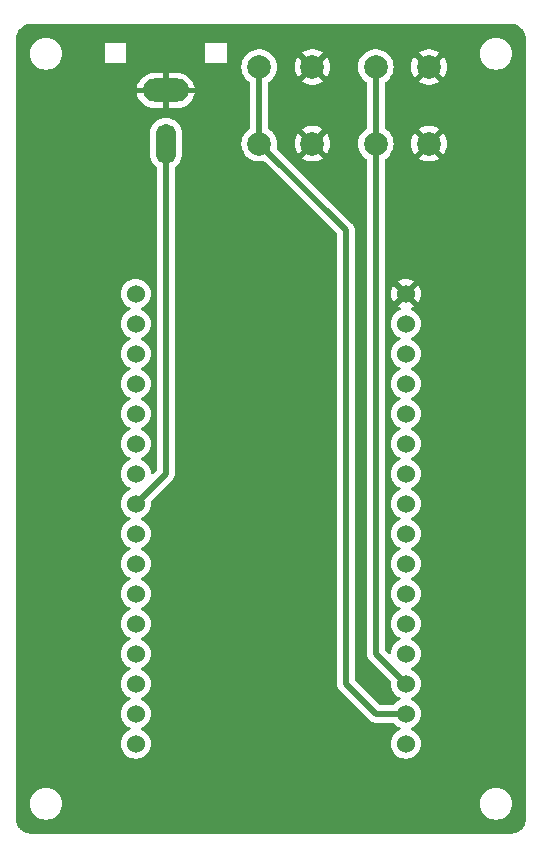
<source format=gbl>
%TF.GenerationSoftware,KiCad,Pcbnew,7.0.10*%
%TF.CreationDate,2024-10-16T21:33:48+11:00*%
%TF.ProjectId,ESP32-TestPatternGenerator,45535033-322d-4546-9573-745061747465,rev?*%
%TF.SameCoordinates,Original*%
%TF.FileFunction,Copper,L2,Bot*%
%TF.FilePolarity,Positive*%
%FSLAX46Y46*%
G04 Gerber Fmt 4.6, Leading zero omitted, Abs format (unit mm)*
G04 Created by KiCad (PCBNEW 7.0.10) date 2024-10-16 21:33:48*
%MOMM*%
%LPD*%
G01*
G04 APERTURE LIST*
%TA.AperFunction,ComponentPad*%
%ADD10O,3.900000X1.950000*%
%TD*%
%TA.AperFunction,ComponentPad*%
%ADD11O,1.700000X3.400000*%
%TD*%
%TA.AperFunction,ComponentPad*%
%ADD12C,1.524000*%
%TD*%
%TA.AperFunction,ComponentPad*%
%ADD13C,2.000000*%
%TD*%
%TA.AperFunction,Conductor*%
%ADD14C,0.500000*%
%TD*%
G04 APERTURE END LIST*
D10*
%TO.P,Composite Out,2,Ext*%
%TO.N,unconnected-(LOLIND32-GND-Pad17)*%
X99060000Y-76780000D03*
D11*
%TO.P,Composite Out,1,In*%
%TO.N,Net-(J1-In)*%
X99060000Y-81280000D03*
%TD*%
D12*
%TO.P,LOLIN D32,32,GND*%
%TO.N,Net-(J1-Ext)*%
X119380000Y-132080000D03*
%TO.P,LOLIN D32,31,IO15*%
%TO.N,Net-(LOLIND32-IO15)*%
X119380000Y-129540000D03*
%TO.P,LOLIN D32,30,IO2*%
%TO.N,Net-(LOLIND32-IO2)*%
X119380000Y-127000000D03*
%TO.P,LOLIN D32,29,IO0*%
%TO.N,unconnected-(LOLIND32-IO0-Pad29)*%
X119380000Y-124460000D03*
%TO.P,LOLIN D32,28,IO4*%
%TO.N,unconnected-(LOLIND32-IO4-Pad28)*%
X119380000Y-121920000D03*
%TO.P,LOLIN D32,27,IO16*%
%TO.N,unconnected-(LOLIND32-IO16-Pad27)*%
X119380000Y-119380000D03*
%TO.P,LOLIN D32,26,IO17*%
%TO.N,unconnected-(LOLIND32-IO17-Pad26)*%
X119380000Y-116840000D03*
%TO.P,LOLIN D32,25,IO5*%
%TO.N,unconnected-(LOLIND32-IO5-Pad25)*%
X119380000Y-114300000D03*
%TO.P,LOLIN D32,24,IO18*%
%TO.N,unconnected-(LOLIND32-IO18-Pad24)*%
X119380000Y-111760000D03*
%TO.P,LOLIN D32,23,IO19*%
%TO.N,unconnected-(LOLIND32-IO19-Pad23)*%
X119380000Y-109220000D03*
%TO.P,LOLIN D32,22,IO21*%
%TO.N,unconnected-(LOLIND32-IO21-Pad22)*%
X119380000Y-106680000D03*
%TO.P,LOLIN D32,21,RXD0*%
%TO.N,unconnected-(LOLIND32-RXD0-Pad21)*%
X119380000Y-104140000D03*
%TO.P,LOLIN D32,20,TXD0*%
%TO.N,unconnected-(LOLIND32-TXD0-Pad20)*%
X119380000Y-101600000D03*
%TO.P,LOLIN D32,19,IO22*%
%TO.N,unconnected-(LOLIND32-IO22-Pad19)*%
X119380000Y-99060000D03*
%TO.P,LOLIN D32,18,IO23*%
%TO.N,unconnected-(LOLIND32-IO23-Pad18)*%
X119380000Y-96520000D03*
%TO.P,LOLIN D32,17,GND*%
%TO.N,unconnected-(LOLIND32-GND-Pad17)*%
X119380000Y-93980000D03*
%TO.P,LOLIN D32,16,VBAT*%
%TO.N,unconnected-(LOLIND32-VBAT-Pad16)*%
X96520000Y-132080000D03*
%TO.P,LOLIN D32,15,VUSB*%
%TO.N,unconnected-(LOLIND32-VUSB-Pad15)*%
X96520000Y-129540000D03*
%TO.P,LOLIN D32,14,EN*%
%TO.N,unconnected-(LOLIND32-EN-Pad14)*%
X96520000Y-127000000D03*
%TO.P,LOLIN D32,13,IO13*%
%TO.N,unconnected-(LOLIND32-IO13-Pad13)*%
X96520000Y-124460000D03*
%TO.P,LOLIN D32,12,IO12*%
%TO.N,unconnected-(LOLIND32-IO12-Pad12)*%
X96520000Y-121920000D03*
%TO.P,LOLIN D32,11,IO14*%
%TO.N,unconnected-(LOLIND32-IO14-Pad11)*%
X96520000Y-119380000D03*
%TO.P,LOLIN D32,10,IO27*%
%TO.N,unconnected-(LOLIND32-IO27-Pad10)*%
X96520000Y-116840000D03*
%TO.P,LOLIN D32,9,IO26*%
%TO.N,unconnected-(LOLIND32-IO26-Pad9)*%
X96520000Y-114300000D03*
%TO.P,LOLIN D32,8,IO25*%
%TO.N,Net-(J1-In)*%
X96520000Y-111760000D03*
%TO.P,LOLIN D32,7,IO33*%
%TO.N,unconnected-(LOLIND32-IO33-Pad7)*%
X96520000Y-109220000D03*
%TO.P,LOLIN D32,6,IO32*%
%TO.N,unconnected-(LOLIND32-IO32-Pad6)*%
X96520000Y-106680000D03*
%TO.P,LOLIN D32,5,IO34*%
%TO.N,unconnected-(LOLIND32-IO34-Pad5)*%
X96520000Y-104140000D03*
%TO.P,LOLIN D32,4,VN*%
%TO.N,unconnected-(LOLIND32-VN-Pad4)*%
X96520000Y-101600000D03*
%TO.P,LOLIN D32,3,VP*%
%TO.N,unconnected-(LOLIND32-VP-Pad3)*%
X96520000Y-99060000D03*
%TO.P,LOLIN D32,2,RESET*%
%TO.N,unconnected-(LOLIND32-RESET-Pad2)*%
X96520000Y-96520000D03*
%TO.P,LOLIN D32,1,3V*%
%TO.N,unconnected-(LOLIND32-3V-Pad1)*%
X96520000Y-93980000D03*
%TD*%
D13*
%TO.P,Pattern,1,1*%
%TO.N,Net-(LOLIND32-IO15)*%
X106970000Y-74780000D03*
X106970000Y-81280000D03*
%TO.P,Pattern,2,2*%
%TO.N,unconnected-(LOLIND32-GND-Pad17)*%
X111470000Y-81280000D03*
X111470000Y-74780000D03*
%TD*%
%TO.P,PAL/NTSC,1,1*%
%TO.N,Net-(LOLIND32-IO2)*%
X116840000Y-74780000D03*
X116840000Y-81280000D03*
%TO.P,PAL/NTSC,2,2*%
%TO.N,unconnected-(LOLIND32-GND-Pad17)*%
X121340000Y-81280000D03*
X121340000Y-74780000D03*
%TD*%
D14*
%TO.N,Net-(LOLIND32-IO2)*%
X116840000Y-81280000D02*
X116840000Y-74780000D01*
%TO.N,Net-(LOLIND32-IO15)*%
X106970000Y-81280000D02*
X106970000Y-74780000D01*
%TO.N,Net-(J1-In)*%
X99060000Y-109220000D02*
X96520000Y-111760000D01*
X99060000Y-81280000D02*
X99060000Y-109220000D01*
%TO.N,Net-(LOLIND32-IO15)*%
X114300000Y-127000000D02*
X116840000Y-129540000D01*
X114300000Y-88610000D02*
X114300000Y-127000000D01*
X106970000Y-81280000D02*
X114300000Y-88610000D01*
X116840000Y-129540000D02*
X119380000Y-129540000D01*
%TO.N,Net-(LOLIND32-IO2)*%
X116840000Y-124460000D02*
X119380000Y-127000000D01*
X116840000Y-81280000D02*
X116840000Y-124460000D01*
%TD*%
%TA.AperFunction,Conductor*%
%TO.N,unconnected-(LOLIND32-GND-Pad17)*%
G36*
X128274853Y-71120882D02*
G01*
X128277530Y-71121092D01*
X128326632Y-71124957D01*
X128327244Y-71125008D01*
X128467579Y-71137285D01*
X128485698Y-71140236D01*
X128564494Y-71159153D01*
X128567476Y-71159910D01*
X128672793Y-71188130D01*
X128688150Y-71193343D01*
X128716451Y-71205065D01*
X128768496Y-71226622D01*
X128773376Y-71228770D01*
X128866788Y-71272329D01*
X128879135Y-71278963D01*
X128955163Y-71325553D01*
X128961477Y-71329694D01*
X129044166Y-71387594D01*
X129053551Y-71394860D01*
X129121975Y-71453299D01*
X129129124Y-71459908D01*
X129200090Y-71530874D01*
X129206699Y-71538023D01*
X129265135Y-71606442D01*
X129272414Y-71615844D01*
X129330299Y-71698513D01*
X129334451Y-71704845D01*
X129381028Y-71780852D01*
X129387680Y-71793231D01*
X129431208Y-71886577D01*
X129433388Y-71891531D01*
X129466655Y-71971848D01*
X129471868Y-71987205D01*
X129500067Y-72092442D01*
X129500866Y-72095589D01*
X129519760Y-72174290D01*
X129522714Y-72192430D01*
X129534967Y-72332487D01*
X129535056Y-72333562D01*
X129539117Y-72385144D01*
X129539500Y-72394876D01*
X129539500Y-138425123D01*
X129539117Y-138434855D01*
X129535056Y-138486436D01*
X129534967Y-138487511D01*
X129522714Y-138627568D01*
X129519760Y-138645708D01*
X129500866Y-138724409D01*
X129500067Y-138727556D01*
X129471868Y-138832793D01*
X129466655Y-138848150D01*
X129433388Y-138928467D01*
X129431208Y-138933421D01*
X129387680Y-139026767D01*
X129381025Y-139039153D01*
X129334451Y-139115153D01*
X129330299Y-139121485D01*
X129272414Y-139204154D01*
X129265129Y-139213563D01*
X129206699Y-139281975D01*
X129200090Y-139289124D01*
X129129124Y-139360090D01*
X129121975Y-139366699D01*
X129053563Y-139425129D01*
X129044154Y-139432414D01*
X128961485Y-139490299D01*
X128955153Y-139494451D01*
X128879153Y-139541025D01*
X128866767Y-139547680D01*
X128773421Y-139591208D01*
X128768467Y-139593388D01*
X128688150Y-139626655D01*
X128672793Y-139631868D01*
X128567556Y-139660067D01*
X128564409Y-139660866D01*
X128485708Y-139679760D01*
X128467568Y-139682714D01*
X128327511Y-139694967D01*
X128326436Y-139695056D01*
X128274855Y-139699117D01*
X128265123Y-139699500D01*
X87634877Y-139699500D01*
X87625147Y-139699118D01*
X87620829Y-139698778D01*
X87573562Y-139695057D01*
X87572487Y-139694967D01*
X87432430Y-139682714D01*
X87414290Y-139679760D01*
X87335589Y-139660866D01*
X87332442Y-139660067D01*
X87227205Y-139631868D01*
X87211848Y-139626655D01*
X87131531Y-139593388D01*
X87126577Y-139591208D01*
X87033224Y-139547676D01*
X87020852Y-139541028D01*
X86973554Y-139512044D01*
X86944845Y-139494451D01*
X86938513Y-139490299D01*
X86903624Y-139465869D01*
X86855839Y-139432410D01*
X86846442Y-139425135D01*
X86778023Y-139366699D01*
X86770874Y-139360090D01*
X86699908Y-139289124D01*
X86693299Y-139281975D01*
X86672545Y-139257675D01*
X86634860Y-139213551D01*
X86627594Y-139204166D01*
X86569694Y-139121477D01*
X86565547Y-139115153D01*
X86518963Y-139039135D01*
X86512329Y-139026788D01*
X86468770Y-138933376D01*
X86466622Y-138928496D01*
X86433343Y-138848150D01*
X86428130Y-138832793D01*
X86399910Y-138727476D01*
X86399153Y-138724494D01*
X86380236Y-138645698D01*
X86377285Y-138627579D01*
X86365008Y-138487244D01*
X86364957Y-138486632D01*
X86360882Y-138434853D01*
X86360500Y-138425126D01*
X86360500Y-137160000D01*
X87544341Y-137160000D01*
X87564936Y-137395403D01*
X87564938Y-137395413D01*
X87626094Y-137623655D01*
X87626096Y-137623659D01*
X87626097Y-137623663D01*
X87676031Y-137730746D01*
X87725964Y-137837828D01*
X87725965Y-137837830D01*
X87861505Y-138031402D01*
X88028597Y-138198494D01*
X88222169Y-138334034D01*
X88222171Y-138334035D01*
X88436337Y-138433903D01*
X88664592Y-138495063D01*
X88841032Y-138510499D01*
X88841033Y-138510500D01*
X88841034Y-138510500D01*
X88958967Y-138510500D01*
X88958967Y-138510499D01*
X89135408Y-138495063D01*
X89363663Y-138433903D01*
X89577829Y-138334035D01*
X89771401Y-138198495D01*
X89938495Y-138031401D01*
X90074035Y-137837830D01*
X90173903Y-137623663D01*
X90235063Y-137395408D01*
X90255659Y-137160000D01*
X125644341Y-137160000D01*
X125664936Y-137395403D01*
X125664938Y-137395413D01*
X125726094Y-137623655D01*
X125726096Y-137623659D01*
X125726097Y-137623663D01*
X125776031Y-137730746D01*
X125825964Y-137837828D01*
X125825965Y-137837830D01*
X125961505Y-138031402D01*
X126128597Y-138198494D01*
X126322169Y-138334034D01*
X126322171Y-138334035D01*
X126536337Y-138433903D01*
X126764592Y-138495063D01*
X126941032Y-138510499D01*
X126941033Y-138510500D01*
X126941034Y-138510500D01*
X127058967Y-138510500D01*
X127058967Y-138510499D01*
X127235408Y-138495063D01*
X127463663Y-138433903D01*
X127677829Y-138334035D01*
X127871401Y-138198495D01*
X128038495Y-138031401D01*
X128174035Y-137837830D01*
X128273903Y-137623663D01*
X128335063Y-137395408D01*
X128355659Y-137160000D01*
X128335063Y-136924592D01*
X128273903Y-136696337D01*
X128174035Y-136482171D01*
X128174034Y-136482169D01*
X128038494Y-136288597D01*
X127871402Y-136121505D01*
X127677830Y-135985965D01*
X127677828Y-135985964D01*
X127570746Y-135936031D01*
X127463663Y-135886097D01*
X127463659Y-135886096D01*
X127463655Y-135886094D01*
X127235413Y-135824938D01*
X127235403Y-135824936D01*
X127058967Y-135809500D01*
X127058966Y-135809500D01*
X126941034Y-135809500D01*
X126941033Y-135809500D01*
X126764596Y-135824936D01*
X126764586Y-135824938D01*
X126536344Y-135886094D01*
X126536335Y-135886098D01*
X126322171Y-135985964D01*
X126322169Y-135985965D01*
X126128597Y-136121505D01*
X125961506Y-136288597D01*
X125961501Y-136288604D01*
X125825967Y-136482165D01*
X125825965Y-136482169D01*
X125726098Y-136696335D01*
X125726094Y-136696344D01*
X125664938Y-136924586D01*
X125664936Y-136924596D01*
X125644341Y-137159999D01*
X125644341Y-137160000D01*
X90255659Y-137160000D01*
X90235063Y-136924592D01*
X90173903Y-136696337D01*
X90074035Y-136482171D01*
X90074034Y-136482169D01*
X89938494Y-136288597D01*
X89771402Y-136121505D01*
X89577830Y-135985965D01*
X89577828Y-135985964D01*
X89470746Y-135936031D01*
X89363663Y-135886097D01*
X89363659Y-135886096D01*
X89363655Y-135886094D01*
X89135413Y-135824938D01*
X89135403Y-135824936D01*
X88958967Y-135809500D01*
X88958966Y-135809500D01*
X88841034Y-135809500D01*
X88841033Y-135809500D01*
X88664596Y-135824936D01*
X88664586Y-135824938D01*
X88436344Y-135886094D01*
X88436335Y-135886098D01*
X88222171Y-135985964D01*
X88222169Y-135985965D01*
X88028597Y-136121505D01*
X87861506Y-136288597D01*
X87861501Y-136288604D01*
X87725967Y-136482165D01*
X87725965Y-136482169D01*
X87626098Y-136696335D01*
X87626094Y-136696344D01*
X87564938Y-136924586D01*
X87564936Y-136924596D01*
X87544341Y-137159999D01*
X87544341Y-137160000D01*
X86360500Y-137160000D01*
X86360500Y-132080002D01*
X95252677Y-132080002D01*
X95271929Y-132300062D01*
X95271930Y-132300070D01*
X95329104Y-132513445D01*
X95329105Y-132513447D01*
X95329106Y-132513450D01*
X95422466Y-132713662D01*
X95422468Y-132713666D01*
X95549170Y-132894615D01*
X95549175Y-132894621D01*
X95705378Y-133050824D01*
X95705384Y-133050829D01*
X95886333Y-133177531D01*
X95886335Y-133177532D01*
X95886338Y-133177534D01*
X96086550Y-133270894D01*
X96299932Y-133328070D01*
X96457123Y-133341822D01*
X96519998Y-133347323D01*
X96520000Y-133347323D01*
X96520002Y-133347323D01*
X96575017Y-133342509D01*
X96740068Y-133328070D01*
X96953450Y-133270894D01*
X97153662Y-133177534D01*
X97334620Y-133050826D01*
X97490826Y-132894620D01*
X97617534Y-132713662D01*
X97710894Y-132513450D01*
X97768070Y-132300068D01*
X97787323Y-132080000D01*
X97768070Y-131859932D01*
X97710894Y-131646550D01*
X97617534Y-131446339D01*
X97490826Y-131265380D01*
X97334620Y-131109174D01*
X97334616Y-131109171D01*
X97334615Y-131109170D01*
X97153666Y-130982468D01*
X97153658Y-130982464D01*
X97024811Y-130922382D01*
X96972371Y-130876210D01*
X96953219Y-130809017D01*
X96973435Y-130742135D01*
X97024811Y-130697618D01*
X97030802Y-130694824D01*
X97153662Y-130637534D01*
X97334620Y-130510826D01*
X97490826Y-130354620D01*
X97617534Y-130173662D01*
X97710894Y-129973450D01*
X97768070Y-129760068D01*
X97787323Y-129540000D01*
X97768070Y-129319932D01*
X97710894Y-129106550D01*
X97617534Y-128906339D01*
X97535723Y-128789500D01*
X97490827Y-128725381D01*
X97490823Y-128725377D01*
X97334620Y-128569174D01*
X97334616Y-128569171D01*
X97334615Y-128569170D01*
X97153666Y-128442468D01*
X97153658Y-128442464D01*
X97024811Y-128382382D01*
X96972371Y-128336210D01*
X96953219Y-128269017D01*
X96973435Y-128202135D01*
X97024811Y-128157618D01*
X97030802Y-128154824D01*
X97153662Y-128097534D01*
X97334620Y-127970826D01*
X97490826Y-127814620D01*
X97617534Y-127633662D01*
X97710894Y-127433450D01*
X97768070Y-127220068D01*
X97787323Y-127000000D01*
X97785400Y-126978025D01*
X97768070Y-126779937D01*
X97768070Y-126779932D01*
X97710894Y-126566550D01*
X97617534Y-126366339D01*
X97490826Y-126185380D01*
X97334620Y-126029174D01*
X97334616Y-126029171D01*
X97334615Y-126029170D01*
X97153666Y-125902468D01*
X97153658Y-125902464D01*
X97024811Y-125842382D01*
X96972371Y-125796210D01*
X96953219Y-125729017D01*
X96973435Y-125662135D01*
X97024811Y-125617618D01*
X97030802Y-125614824D01*
X97153662Y-125557534D01*
X97334620Y-125430826D01*
X97490826Y-125274620D01*
X97617534Y-125093662D01*
X97710894Y-124893450D01*
X97768070Y-124680068D01*
X97787323Y-124460000D01*
X97786839Y-124454471D01*
X97768070Y-124239937D01*
X97768070Y-124239932D01*
X97710894Y-124026550D01*
X97617534Y-123826339D01*
X97490826Y-123645380D01*
X97334620Y-123489174D01*
X97334616Y-123489171D01*
X97334615Y-123489170D01*
X97153666Y-123362468D01*
X97153658Y-123362464D01*
X97024811Y-123302382D01*
X96972371Y-123256210D01*
X96953219Y-123189017D01*
X96973435Y-123122135D01*
X97024811Y-123077618D01*
X97030802Y-123074824D01*
X97153662Y-123017534D01*
X97334620Y-122890826D01*
X97490826Y-122734620D01*
X97617534Y-122553662D01*
X97710894Y-122353450D01*
X97768070Y-122140068D01*
X97787323Y-121920000D01*
X97768070Y-121699932D01*
X97710894Y-121486550D01*
X97617534Y-121286339D01*
X97490826Y-121105380D01*
X97334620Y-120949174D01*
X97334616Y-120949171D01*
X97334615Y-120949170D01*
X97153666Y-120822468D01*
X97153658Y-120822464D01*
X97024811Y-120762382D01*
X96972371Y-120716210D01*
X96953219Y-120649017D01*
X96973435Y-120582135D01*
X97024811Y-120537618D01*
X97030802Y-120534824D01*
X97153662Y-120477534D01*
X97334620Y-120350826D01*
X97490826Y-120194620D01*
X97617534Y-120013662D01*
X97710894Y-119813450D01*
X97768070Y-119600068D01*
X97787323Y-119380000D01*
X97768070Y-119159932D01*
X97710894Y-118946550D01*
X97617534Y-118746339D01*
X97490826Y-118565380D01*
X97334620Y-118409174D01*
X97334616Y-118409171D01*
X97334615Y-118409170D01*
X97153666Y-118282468D01*
X97153658Y-118282464D01*
X97024811Y-118222382D01*
X96972371Y-118176210D01*
X96953219Y-118109017D01*
X96973435Y-118042135D01*
X97024811Y-117997618D01*
X97030802Y-117994824D01*
X97153662Y-117937534D01*
X97334620Y-117810826D01*
X97490826Y-117654620D01*
X97617534Y-117473662D01*
X97710894Y-117273450D01*
X97768070Y-117060068D01*
X97787323Y-116840000D01*
X97768070Y-116619932D01*
X97710894Y-116406550D01*
X97617534Y-116206339D01*
X97490826Y-116025380D01*
X97334620Y-115869174D01*
X97334616Y-115869171D01*
X97334615Y-115869170D01*
X97153666Y-115742468D01*
X97153658Y-115742464D01*
X97024811Y-115682382D01*
X96972371Y-115636210D01*
X96953219Y-115569017D01*
X96973435Y-115502135D01*
X97024811Y-115457618D01*
X97030802Y-115454824D01*
X97153662Y-115397534D01*
X97334620Y-115270826D01*
X97490826Y-115114620D01*
X97617534Y-114933662D01*
X97710894Y-114733450D01*
X97768070Y-114520068D01*
X97787323Y-114300000D01*
X97768070Y-114079932D01*
X97710894Y-113866550D01*
X97617534Y-113666339D01*
X97490826Y-113485380D01*
X97334620Y-113329174D01*
X97334616Y-113329171D01*
X97334615Y-113329170D01*
X97153666Y-113202468D01*
X97153658Y-113202464D01*
X97024811Y-113142382D01*
X96972371Y-113096210D01*
X96953219Y-113029017D01*
X96973435Y-112962135D01*
X97024811Y-112917618D01*
X97030802Y-112914824D01*
X97153662Y-112857534D01*
X97334620Y-112730826D01*
X97490826Y-112574620D01*
X97617534Y-112393662D01*
X97710894Y-112193450D01*
X97768070Y-111980068D01*
X97787323Y-111760000D01*
X97775793Y-111628213D01*
X97789559Y-111559715D01*
X97811637Y-111529729D01*
X99545638Y-109795727D01*
X99559267Y-109783950D01*
X99578530Y-109769610D01*
X99610366Y-109731669D01*
X99617683Y-109723684D01*
X99618992Y-109722374D01*
X99621590Y-109719777D01*
X99640859Y-109695404D01*
X99643020Y-109692751D01*
X99691302Y-109635214D01*
X99691308Y-109635201D01*
X99695272Y-109629176D01*
X99695324Y-109629210D01*
X99699371Y-109622858D01*
X99699317Y-109622825D01*
X99703106Y-109616681D01*
X99703110Y-109616677D01*
X99734819Y-109548674D01*
X99736348Y-109545516D01*
X99770040Y-109478433D01*
X99770043Y-109478417D01*
X99772510Y-109471644D01*
X99772568Y-109471665D01*
X99775043Y-109464546D01*
X99774985Y-109464527D01*
X99777255Y-109457677D01*
X99777931Y-109454404D01*
X99792431Y-109384171D01*
X99793186Y-109380767D01*
X99810500Y-109307721D01*
X99810500Y-109307719D01*
X99810501Y-109307715D01*
X99811339Y-109300548D01*
X99811397Y-109300554D01*
X99812164Y-109293056D01*
X99812104Y-109293051D01*
X99812733Y-109285860D01*
X99810552Y-109210889D01*
X99810500Y-109207283D01*
X99810500Y-83317700D01*
X99830185Y-83250661D01*
X99863375Y-83216126D01*
X99931401Y-83168495D01*
X100098495Y-83001401D01*
X100234035Y-82807829D01*
X100333903Y-82593663D01*
X100395063Y-82365408D01*
X100410500Y-82188966D01*
X100410500Y-81280005D01*
X105464357Y-81280005D01*
X105484890Y-81527812D01*
X105484892Y-81527824D01*
X105545936Y-81768881D01*
X105645826Y-81996606D01*
X105781833Y-82204782D01*
X105781836Y-82204785D01*
X105950256Y-82387738D01*
X106146491Y-82540474D01*
X106255840Y-82599651D01*
X106364332Y-82658364D01*
X106365190Y-82658828D01*
X106579101Y-82732264D01*
X106598964Y-82739083D01*
X106600386Y-82739571D01*
X106845665Y-82780500D01*
X107094335Y-82780500D01*
X107097331Y-82780000D01*
X107301158Y-82745988D01*
X107370523Y-82754370D01*
X107409248Y-82780616D01*
X113513181Y-88884548D01*
X113546666Y-88945871D01*
X113549500Y-88972229D01*
X113549500Y-126936294D01*
X113548191Y-126954263D01*
X113544710Y-126978025D01*
X113549028Y-127027368D01*
X113549500Y-127038176D01*
X113549500Y-127043711D01*
X113553098Y-127074495D01*
X113553464Y-127078083D01*
X113560000Y-127152791D01*
X113561461Y-127159867D01*
X113561403Y-127159878D01*
X113563034Y-127167237D01*
X113563092Y-127167224D01*
X113564757Y-127174249D01*
X113590400Y-127244705D01*
X113591582Y-127248107D01*
X113615182Y-127319326D01*
X113618236Y-127325874D01*
X113618182Y-127325898D01*
X113621470Y-127332688D01*
X113621521Y-127332663D01*
X113624761Y-127339114D01*
X113665979Y-127401784D01*
X113667889Y-127404782D01*
X113685573Y-127433451D01*
X113707289Y-127468658D01*
X113711766Y-127474319D01*
X113711719Y-127474356D01*
X113716482Y-127480202D01*
X113716528Y-127480164D01*
X113721173Y-127485699D01*
X113775708Y-127537150D01*
X113778296Y-127539664D01*
X116264267Y-130025634D01*
X116276048Y-130039266D01*
X116290390Y-130058530D01*
X116328343Y-130090376D01*
X116336319Y-130097686D01*
X116340222Y-130101590D01*
X116340223Y-130101591D01*
X116364538Y-130120816D01*
X116367293Y-130123059D01*
X116424786Y-130171302D01*
X116424790Y-130171304D01*
X116430823Y-130175272D01*
X116430789Y-130175322D01*
X116437144Y-130179370D01*
X116437177Y-130179318D01*
X116443315Y-130183104D01*
X116443323Y-130183110D01*
X116511291Y-130214804D01*
X116514452Y-130216333D01*
X116581567Y-130250040D01*
X116581572Y-130250041D01*
X116588355Y-130252510D01*
X116588334Y-130252567D01*
X116595451Y-130255040D01*
X116595470Y-130254984D01*
X116602324Y-130257255D01*
X116602325Y-130257255D01*
X116602327Y-130257256D01*
X116675848Y-130272436D01*
X116679209Y-130273181D01*
X116752279Y-130290500D01*
X116752285Y-130290500D01*
X116759452Y-130291338D01*
X116759445Y-130291397D01*
X116766946Y-130292163D01*
X116766952Y-130292104D01*
X116774141Y-130292733D01*
X116774143Y-130292732D01*
X116774144Y-130292733D01*
X116849111Y-130290552D01*
X116852717Y-130290500D01*
X118299726Y-130290500D01*
X118366765Y-130310185D01*
X118401300Y-130343376D01*
X118409171Y-130354617D01*
X118409173Y-130354619D01*
X118409174Y-130354620D01*
X118565380Y-130510826D01*
X118565383Y-130510828D01*
X118565384Y-130510829D01*
X118746333Y-130637531D01*
X118746335Y-130637532D01*
X118746338Y-130637534D01*
X118865748Y-130693215D01*
X118875189Y-130697618D01*
X118927628Y-130743790D01*
X118946780Y-130810984D01*
X118926564Y-130877865D01*
X118875189Y-130922382D01*
X118746340Y-130982465D01*
X118746338Y-130982466D01*
X118565377Y-131109175D01*
X118409175Y-131265377D01*
X118282466Y-131446338D01*
X118282465Y-131446340D01*
X118189107Y-131646548D01*
X118189104Y-131646554D01*
X118131930Y-131859929D01*
X118131929Y-131859937D01*
X118112677Y-132079997D01*
X118112677Y-132080002D01*
X118131929Y-132300062D01*
X118131930Y-132300070D01*
X118189104Y-132513445D01*
X118189105Y-132513447D01*
X118189106Y-132513450D01*
X118282466Y-132713662D01*
X118282468Y-132713666D01*
X118409170Y-132894615D01*
X118409175Y-132894621D01*
X118565378Y-133050824D01*
X118565384Y-133050829D01*
X118746333Y-133177531D01*
X118746335Y-133177532D01*
X118746338Y-133177534D01*
X118946550Y-133270894D01*
X119159932Y-133328070D01*
X119317123Y-133341822D01*
X119379998Y-133347323D01*
X119380000Y-133347323D01*
X119380002Y-133347323D01*
X119435017Y-133342509D01*
X119600068Y-133328070D01*
X119813450Y-133270894D01*
X120013662Y-133177534D01*
X120194620Y-133050826D01*
X120350826Y-132894620D01*
X120477534Y-132713662D01*
X120570894Y-132513450D01*
X120628070Y-132300068D01*
X120647323Y-132080000D01*
X120628070Y-131859932D01*
X120570894Y-131646550D01*
X120477534Y-131446339D01*
X120350826Y-131265380D01*
X120194620Y-131109174D01*
X120194616Y-131109171D01*
X120194615Y-131109170D01*
X120013666Y-130982468D01*
X120013658Y-130982464D01*
X119884811Y-130922382D01*
X119832371Y-130876210D01*
X119813219Y-130809017D01*
X119833435Y-130742135D01*
X119884811Y-130697618D01*
X119890802Y-130694824D01*
X120013662Y-130637534D01*
X120194620Y-130510826D01*
X120350826Y-130354620D01*
X120477534Y-130173662D01*
X120570894Y-129973450D01*
X120628070Y-129760068D01*
X120647323Y-129540000D01*
X120628070Y-129319932D01*
X120570894Y-129106550D01*
X120477534Y-128906339D01*
X120395723Y-128789500D01*
X120350827Y-128725381D01*
X120350823Y-128725377D01*
X120194620Y-128569174D01*
X120194616Y-128569171D01*
X120194615Y-128569170D01*
X120013666Y-128442468D01*
X120013658Y-128442464D01*
X119884811Y-128382382D01*
X119832371Y-128336210D01*
X119813219Y-128269017D01*
X119833435Y-128202135D01*
X119884811Y-128157618D01*
X119890802Y-128154824D01*
X120013662Y-128097534D01*
X120194620Y-127970826D01*
X120350826Y-127814620D01*
X120477534Y-127633662D01*
X120570894Y-127433450D01*
X120628070Y-127220068D01*
X120647323Y-127000000D01*
X120645400Y-126978025D01*
X120628070Y-126779937D01*
X120628070Y-126779932D01*
X120570894Y-126566550D01*
X120477534Y-126366339D01*
X120350826Y-126185380D01*
X120194620Y-126029174D01*
X120194616Y-126029171D01*
X120194615Y-126029170D01*
X120013666Y-125902468D01*
X120013658Y-125902464D01*
X119884811Y-125842382D01*
X119832371Y-125796210D01*
X119813219Y-125729017D01*
X119833435Y-125662135D01*
X119884811Y-125617618D01*
X119890802Y-125614824D01*
X120013662Y-125557534D01*
X120194620Y-125430826D01*
X120350826Y-125274620D01*
X120477534Y-125093662D01*
X120570894Y-124893450D01*
X120628070Y-124680068D01*
X120647323Y-124460000D01*
X120646839Y-124454471D01*
X120628070Y-124239937D01*
X120628070Y-124239932D01*
X120570894Y-124026550D01*
X120477534Y-123826339D01*
X120350826Y-123645380D01*
X120194620Y-123489174D01*
X120194616Y-123489171D01*
X120194615Y-123489170D01*
X120013666Y-123362468D01*
X120013658Y-123362464D01*
X119884811Y-123302382D01*
X119832371Y-123256210D01*
X119813219Y-123189017D01*
X119833435Y-123122135D01*
X119884811Y-123077618D01*
X119890802Y-123074824D01*
X120013662Y-123017534D01*
X120194620Y-122890826D01*
X120350826Y-122734620D01*
X120477534Y-122553662D01*
X120570894Y-122353450D01*
X120628070Y-122140068D01*
X120647323Y-121920000D01*
X120628070Y-121699932D01*
X120570894Y-121486550D01*
X120477534Y-121286339D01*
X120350826Y-121105380D01*
X120194620Y-120949174D01*
X120194616Y-120949171D01*
X120194615Y-120949170D01*
X120013666Y-120822468D01*
X120013658Y-120822464D01*
X119884811Y-120762382D01*
X119832371Y-120716210D01*
X119813219Y-120649017D01*
X119833435Y-120582135D01*
X119884811Y-120537618D01*
X119890802Y-120534824D01*
X120013662Y-120477534D01*
X120194620Y-120350826D01*
X120350826Y-120194620D01*
X120477534Y-120013662D01*
X120570894Y-119813450D01*
X120628070Y-119600068D01*
X120647323Y-119380000D01*
X120628070Y-119159932D01*
X120570894Y-118946550D01*
X120477534Y-118746339D01*
X120350826Y-118565380D01*
X120194620Y-118409174D01*
X120194616Y-118409171D01*
X120194615Y-118409170D01*
X120013666Y-118282468D01*
X120013658Y-118282464D01*
X119884811Y-118222382D01*
X119832371Y-118176210D01*
X119813219Y-118109017D01*
X119833435Y-118042135D01*
X119884811Y-117997618D01*
X119890802Y-117994824D01*
X120013662Y-117937534D01*
X120194620Y-117810826D01*
X120350826Y-117654620D01*
X120477534Y-117473662D01*
X120570894Y-117273450D01*
X120628070Y-117060068D01*
X120647323Y-116840000D01*
X120628070Y-116619932D01*
X120570894Y-116406550D01*
X120477534Y-116206339D01*
X120350826Y-116025380D01*
X120194620Y-115869174D01*
X120194616Y-115869171D01*
X120194615Y-115869170D01*
X120013666Y-115742468D01*
X120013658Y-115742464D01*
X119884811Y-115682382D01*
X119832371Y-115636210D01*
X119813219Y-115569017D01*
X119833435Y-115502135D01*
X119884811Y-115457618D01*
X119890802Y-115454824D01*
X120013662Y-115397534D01*
X120194620Y-115270826D01*
X120350826Y-115114620D01*
X120477534Y-114933662D01*
X120570894Y-114733450D01*
X120628070Y-114520068D01*
X120647323Y-114300000D01*
X120628070Y-114079932D01*
X120570894Y-113866550D01*
X120477534Y-113666339D01*
X120350826Y-113485380D01*
X120194620Y-113329174D01*
X120194616Y-113329171D01*
X120194615Y-113329170D01*
X120013666Y-113202468D01*
X120013658Y-113202464D01*
X119884811Y-113142382D01*
X119832371Y-113096210D01*
X119813219Y-113029017D01*
X119833435Y-112962135D01*
X119884811Y-112917618D01*
X119890802Y-112914824D01*
X120013662Y-112857534D01*
X120194620Y-112730826D01*
X120350826Y-112574620D01*
X120477534Y-112393662D01*
X120570894Y-112193450D01*
X120628070Y-111980068D01*
X120647323Y-111760000D01*
X120628070Y-111539932D01*
X120570894Y-111326550D01*
X120477534Y-111126339D01*
X120350826Y-110945380D01*
X120194620Y-110789174D01*
X120194616Y-110789171D01*
X120194615Y-110789170D01*
X120013666Y-110662468D01*
X120013658Y-110662464D01*
X119884811Y-110602382D01*
X119832371Y-110556210D01*
X119813219Y-110489017D01*
X119833435Y-110422135D01*
X119884811Y-110377618D01*
X119890802Y-110374824D01*
X120013662Y-110317534D01*
X120194620Y-110190826D01*
X120350826Y-110034620D01*
X120477534Y-109853662D01*
X120570894Y-109653450D01*
X120628070Y-109440068D01*
X120643844Y-109259761D01*
X120647323Y-109220002D01*
X120647323Y-109219997D01*
X120628070Y-108999937D01*
X120628070Y-108999936D01*
X120628070Y-108999932D01*
X120570894Y-108786550D01*
X120477534Y-108586339D01*
X120350826Y-108405380D01*
X120194620Y-108249174D01*
X120194616Y-108249171D01*
X120194615Y-108249170D01*
X120013666Y-108122468D01*
X120013658Y-108122464D01*
X119884811Y-108062382D01*
X119832371Y-108016210D01*
X119813219Y-107949017D01*
X119833435Y-107882135D01*
X119884811Y-107837618D01*
X119890802Y-107834824D01*
X120013662Y-107777534D01*
X120194620Y-107650826D01*
X120350826Y-107494620D01*
X120477534Y-107313662D01*
X120570894Y-107113450D01*
X120628070Y-106900068D01*
X120647323Y-106680000D01*
X120628070Y-106459932D01*
X120570894Y-106246550D01*
X120477534Y-106046339D01*
X120350826Y-105865380D01*
X120194620Y-105709174D01*
X120194616Y-105709171D01*
X120194615Y-105709170D01*
X120013666Y-105582468D01*
X120013658Y-105582464D01*
X119884811Y-105522382D01*
X119832371Y-105476210D01*
X119813219Y-105409017D01*
X119833435Y-105342135D01*
X119884811Y-105297618D01*
X119890802Y-105294824D01*
X120013662Y-105237534D01*
X120194620Y-105110826D01*
X120350826Y-104954620D01*
X120477534Y-104773662D01*
X120570894Y-104573450D01*
X120628070Y-104360068D01*
X120647323Y-104140000D01*
X120628070Y-103919932D01*
X120570894Y-103706550D01*
X120477534Y-103506339D01*
X120350826Y-103325380D01*
X120194620Y-103169174D01*
X120194616Y-103169171D01*
X120194615Y-103169170D01*
X120013666Y-103042468D01*
X120013658Y-103042464D01*
X119884811Y-102982382D01*
X119832371Y-102936210D01*
X119813219Y-102869017D01*
X119833435Y-102802135D01*
X119884811Y-102757618D01*
X119890802Y-102754824D01*
X120013662Y-102697534D01*
X120194620Y-102570826D01*
X120350826Y-102414620D01*
X120477534Y-102233662D01*
X120570894Y-102033450D01*
X120628070Y-101820068D01*
X120647323Y-101600000D01*
X120628070Y-101379932D01*
X120570894Y-101166550D01*
X120477534Y-100966339D01*
X120350826Y-100785380D01*
X120194620Y-100629174D01*
X120194616Y-100629171D01*
X120194615Y-100629170D01*
X120013666Y-100502468D01*
X120013658Y-100502464D01*
X119884811Y-100442382D01*
X119832371Y-100396210D01*
X119813219Y-100329017D01*
X119833435Y-100262135D01*
X119884811Y-100217618D01*
X119890802Y-100214824D01*
X120013662Y-100157534D01*
X120194620Y-100030826D01*
X120350826Y-99874620D01*
X120477534Y-99693662D01*
X120570894Y-99493450D01*
X120628070Y-99280068D01*
X120647323Y-99060000D01*
X120628070Y-98839932D01*
X120570894Y-98626550D01*
X120477534Y-98426339D01*
X120350826Y-98245380D01*
X120194620Y-98089174D01*
X120194616Y-98089171D01*
X120194615Y-98089170D01*
X120013666Y-97962468D01*
X120013658Y-97962464D01*
X119884811Y-97902382D01*
X119832371Y-97856210D01*
X119813219Y-97789017D01*
X119833435Y-97722135D01*
X119884811Y-97677618D01*
X119890802Y-97674824D01*
X120013662Y-97617534D01*
X120194620Y-97490826D01*
X120350826Y-97334620D01*
X120477534Y-97153662D01*
X120570894Y-96953450D01*
X120628070Y-96740068D01*
X120647323Y-96520000D01*
X120628070Y-96299932D01*
X120570894Y-96086550D01*
X120477534Y-95886339D01*
X120350826Y-95705380D01*
X120194620Y-95549174D01*
X120194616Y-95549171D01*
X120194615Y-95549170D01*
X120013666Y-95422468D01*
X120013662Y-95422466D01*
X119884218Y-95362105D01*
X119831779Y-95315932D01*
X119812627Y-95248739D01*
X119832843Y-95181858D01*
X119884219Y-95137340D01*
X120013416Y-95077095D01*
X120013417Y-95077094D01*
X120078188Y-95031741D01*
X119407448Y-94361000D01*
X119411569Y-94361000D01*
X119505421Y-94345339D01*
X119617251Y-94284820D01*
X119703371Y-94191269D01*
X119754448Y-94074823D01*
X119760105Y-94006552D01*
X120431741Y-94678188D01*
X120477094Y-94613417D01*
X120477100Y-94613407D01*
X120570419Y-94413284D01*
X120570424Y-94413270D01*
X120627573Y-94199986D01*
X120627575Y-94199976D01*
X120646821Y-93980000D01*
X120646821Y-93979999D01*
X120627575Y-93760023D01*
X120627573Y-93760013D01*
X120570424Y-93546729D01*
X120570420Y-93546720D01*
X120477096Y-93346586D01*
X120431741Y-93281811D01*
X120431740Y-93281810D01*
X119764903Y-93948648D01*
X119764949Y-93948102D01*
X119733734Y-93824838D01*
X119664187Y-93718388D01*
X119563843Y-93640287D01*
X119443578Y-93599000D01*
X119407448Y-93599000D01*
X120078188Y-92928259D01*
X120078187Y-92928258D01*
X120013411Y-92882901D01*
X120013405Y-92882898D01*
X119813284Y-92789580D01*
X119813270Y-92789575D01*
X119599986Y-92732426D01*
X119599976Y-92732424D01*
X119380001Y-92713179D01*
X119379999Y-92713179D01*
X119160023Y-92732424D01*
X119160013Y-92732426D01*
X118946729Y-92789575D01*
X118946720Y-92789579D01*
X118746590Y-92882901D01*
X118681811Y-92928258D01*
X119352553Y-93599000D01*
X119348431Y-93599000D01*
X119254579Y-93614661D01*
X119142749Y-93675180D01*
X119056629Y-93768731D01*
X119005552Y-93885177D01*
X118999894Y-93953447D01*
X118328258Y-93281811D01*
X118282901Y-93346590D01*
X118189579Y-93546720D01*
X118189575Y-93546729D01*
X118132426Y-93760013D01*
X118132424Y-93760023D01*
X118113179Y-93979999D01*
X118113179Y-93980000D01*
X118132424Y-94199976D01*
X118132426Y-94199986D01*
X118189575Y-94413270D01*
X118189580Y-94413284D01*
X118282898Y-94613405D01*
X118282901Y-94613411D01*
X118328258Y-94678187D01*
X118328259Y-94678188D01*
X118995096Y-94011350D01*
X118995051Y-94011898D01*
X119026266Y-94135162D01*
X119095813Y-94241612D01*
X119196157Y-94319713D01*
X119316422Y-94361000D01*
X119352553Y-94361000D01*
X118681810Y-95031740D01*
X118746589Y-95077098D01*
X118875781Y-95137342D01*
X118928220Y-95183514D01*
X118947372Y-95250708D01*
X118927156Y-95317589D01*
X118875781Y-95362106D01*
X118746340Y-95422465D01*
X118746338Y-95422466D01*
X118565377Y-95549175D01*
X118409175Y-95705377D01*
X118282466Y-95886338D01*
X118282465Y-95886340D01*
X118189107Y-96086548D01*
X118189104Y-96086554D01*
X118131930Y-96299929D01*
X118131929Y-96299937D01*
X118112677Y-96519997D01*
X118112677Y-96520002D01*
X118131929Y-96740062D01*
X118131930Y-96740070D01*
X118189104Y-96953445D01*
X118189105Y-96953447D01*
X118189106Y-96953450D01*
X118282466Y-97153662D01*
X118282468Y-97153666D01*
X118409170Y-97334615D01*
X118409175Y-97334621D01*
X118565378Y-97490824D01*
X118565384Y-97490829D01*
X118746333Y-97617531D01*
X118746335Y-97617532D01*
X118746338Y-97617534D01*
X118865748Y-97673215D01*
X118875189Y-97677618D01*
X118927628Y-97723790D01*
X118946780Y-97790984D01*
X118926564Y-97857865D01*
X118875189Y-97902382D01*
X118746340Y-97962465D01*
X118746338Y-97962466D01*
X118565377Y-98089175D01*
X118409175Y-98245377D01*
X118282466Y-98426338D01*
X118282465Y-98426340D01*
X118189107Y-98626548D01*
X118189104Y-98626554D01*
X118131930Y-98839929D01*
X118131929Y-98839937D01*
X118112677Y-99059997D01*
X118112677Y-99060002D01*
X118131929Y-99280062D01*
X118131930Y-99280070D01*
X118189104Y-99493445D01*
X118189105Y-99493447D01*
X118189106Y-99493450D01*
X118282466Y-99693662D01*
X118282468Y-99693666D01*
X118409170Y-99874615D01*
X118409175Y-99874621D01*
X118565378Y-100030824D01*
X118565384Y-100030829D01*
X118746333Y-100157531D01*
X118746335Y-100157532D01*
X118746338Y-100157534D01*
X118865748Y-100213215D01*
X118875189Y-100217618D01*
X118927628Y-100263790D01*
X118946780Y-100330984D01*
X118926564Y-100397865D01*
X118875189Y-100442382D01*
X118746340Y-100502465D01*
X118746338Y-100502466D01*
X118565377Y-100629175D01*
X118409175Y-100785377D01*
X118282466Y-100966338D01*
X118282465Y-100966340D01*
X118189107Y-101166548D01*
X118189104Y-101166554D01*
X118131930Y-101379929D01*
X118131929Y-101379937D01*
X118112677Y-101599997D01*
X118112677Y-101600002D01*
X118131929Y-101820062D01*
X118131930Y-101820070D01*
X118189104Y-102033445D01*
X118189105Y-102033447D01*
X118189106Y-102033450D01*
X118282466Y-102233662D01*
X118282468Y-102233666D01*
X118409170Y-102414615D01*
X118409175Y-102414621D01*
X118565378Y-102570824D01*
X118565384Y-102570829D01*
X118746333Y-102697531D01*
X118746335Y-102697532D01*
X118746338Y-102697534D01*
X118865748Y-102753215D01*
X118875189Y-102757618D01*
X118927628Y-102803790D01*
X118946780Y-102870984D01*
X118926564Y-102937865D01*
X118875189Y-102982382D01*
X118746340Y-103042465D01*
X118746338Y-103042466D01*
X118565377Y-103169175D01*
X118409175Y-103325377D01*
X118282466Y-103506338D01*
X118282465Y-103506340D01*
X118189107Y-103706548D01*
X118189104Y-103706554D01*
X118131930Y-103919929D01*
X118131929Y-103919937D01*
X118112677Y-104139997D01*
X118112677Y-104140002D01*
X118131929Y-104360062D01*
X118131930Y-104360070D01*
X118189104Y-104573445D01*
X118189105Y-104573447D01*
X118189106Y-104573450D01*
X118282466Y-104773662D01*
X118282468Y-104773666D01*
X118409170Y-104954615D01*
X118409175Y-104954621D01*
X118565378Y-105110824D01*
X118565384Y-105110829D01*
X118746333Y-105237531D01*
X118746335Y-105237532D01*
X118746338Y-105237534D01*
X118865748Y-105293215D01*
X118875189Y-105297618D01*
X118927628Y-105343790D01*
X118946780Y-105410984D01*
X118926564Y-105477865D01*
X118875189Y-105522382D01*
X118746340Y-105582465D01*
X118746338Y-105582466D01*
X118565377Y-105709175D01*
X118409175Y-105865377D01*
X118282466Y-106046338D01*
X118282465Y-106046340D01*
X118189107Y-106246548D01*
X118189104Y-106246554D01*
X118131930Y-106459929D01*
X118131929Y-106459937D01*
X118112677Y-106679997D01*
X118112677Y-106680002D01*
X118131929Y-106900062D01*
X118131930Y-106900070D01*
X118189104Y-107113445D01*
X118189105Y-107113447D01*
X118189106Y-107113450D01*
X118282466Y-107313662D01*
X118282468Y-107313666D01*
X118409170Y-107494615D01*
X118409175Y-107494621D01*
X118565378Y-107650824D01*
X118565384Y-107650829D01*
X118746333Y-107777531D01*
X118746335Y-107777532D01*
X118746338Y-107777534D01*
X118865748Y-107833215D01*
X118875189Y-107837618D01*
X118927628Y-107883790D01*
X118946780Y-107950984D01*
X118926564Y-108017865D01*
X118875189Y-108062382D01*
X118746340Y-108122465D01*
X118746338Y-108122466D01*
X118565377Y-108249175D01*
X118409175Y-108405377D01*
X118282466Y-108586338D01*
X118282465Y-108586340D01*
X118189107Y-108786548D01*
X118189104Y-108786554D01*
X118131930Y-108999929D01*
X118131929Y-108999937D01*
X118112677Y-109219997D01*
X118112677Y-109220002D01*
X118131929Y-109440062D01*
X118131930Y-109440070D01*
X118189104Y-109653445D01*
X118189105Y-109653447D01*
X118189106Y-109653450D01*
X118225580Y-109731669D01*
X118282466Y-109853662D01*
X118282468Y-109853666D01*
X118409170Y-110034615D01*
X118409175Y-110034621D01*
X118565378Y-110190824D01*
X118565384Y-110190829D01*
X118746333Y-110317531D01*
X118746335Y-110317532D01*
X118746338Y-110317534D01*
X118865748Y-110373215D01*
X118875189Y-110377618D01*
X118927628Y-110423790D01*
X118946780Y-110490984D01*
X118926564Y-110557865D01*
X118875189Y-110602382D01*
X118746340Y-110662465D01*
X118746338Y-110662466D01*
X118565377Y-110789175D01*
X118409175Y-110945377D01*
X118282466Y-111126338D01*
X118282465Y-111126340D01*
X118189107Y-111326548D01*
X118189104Y-111326554D01*
X118131930Y-111539929D01*
X118131929Y-111539937D01*
X118112677Y-111759997D01*
X118112677Y-111760002D01*
X118131929Y-111980062D01*
X118131930Y-111980070D01*
X118189104Y-112193445D01*
X118189105Y-112193447D01*
X118189106Y-112193450D01*
X118282466Y-112393662D01*
X118282468Y-112393666D01*
X118409170Y-112574615D01*
X118409175Y-112574621D01*
X118565378Y-112730824D01*
X118565384Y-112730829D01*
X118746333Y-112857531D01*
X118746335Y-112857532D01*
X118746338Y-112857534D01*
X118865748Y-112913215D01*
X118875189Y-112917618D01*
X118927628Y-112963790D01*
X118946780Y-113030984D01*
X118926564Y-113097865D01*
X118875189Y-113142382D01*
X118746340Y-113202465D01*
X118746338Y-113202466D01*
X118565377Y-113329175D01*
X118409175Y-113485377D01*
X118282466Y-113666338D01*
X118282465Y-113666340D01*
X118189107Y-113866548D01*
X118189104Y-113866554D01*
X118131930Y-114079929D01*
X118131929Y-114079937D01*
X118112677Y-114299997D01*
X118112677Y-114300002D01*
X118131929Y-114520062D01*
X118131930Y-114520070D01*
X118189104Y-114733445D01*
X118189105Y-114733447D01*
X118189106Y-114733450D01*
X118282466Y-114933662D01*
X118282468Y-114933666D01*
X118409170Y-115114615D01*
X118409175Y-115114621D01*
X118565378Y-115270824D01*
X118565384Y-115270829D01*
X118746333Y-115397531D01*
X118746335Y-115397532D01*
X118746338Y-115397534D01*
X118865748Y-115453215D01*
X118875189Y-115457618D01*
X118927628Y-115503790D01*
X118946780Y-115570984D01*
X118926564Y-115637865D01*
X118875189Y-115682382D01*
X118746340Y-115742465D01*
X118746338Y-115742466D01*
X118565377Y-115869175D01*
X118409175Y-116025377D01*
X118282466Y-116206338D01*
X118282465Y-116206340D01*
X118189107Y-116406548D01*
X118189104Y-116406554D01*
X118131930Y-116619929D01*
X118131929Y-116619937D01*
X118112677Y-116839997D01*
X118112677Y-116840002D01*
X118131929Y-117060062D01*
X118131930Y-117060070D01*
X118189104Y-117273445D01*
X118189105Y-117273447D01*
X118189106Y-117273450D01*
X118282466Y-117473662D01*
X118282468Y-117473666D01*
X118409170Y-117654615D01*
X118409175Y-117654621D01*
X118565378Y-117810824D01*
X118565384Y-117810829D01*
X118746333Y-117937531D01*
X118746335Y-117937532D01*
X118746338Y-117937534D01*
X118865748Y-117993215D01*
X118875189Y-117997618D01*
X118927628Y-118043790D01*
X118946780Y-118110984D01*
X118926564Y-118177865D01*
X118875189Y-118222382D01*
X118746340Y-118282465D01*
X118746338Y-118282466D01*
X118565377Y-118409175D01*
X118409175Y-118565377D01*
X118282466Y-118746338D01*
X118282465Y-118746340D01*
X118189107Y-118946548D01*
X118189104Y-118946554D01*
X118131930Y-119159929D01*
X118131929Y-119159937D01*
X118112677Y-119379997D01*
X118112677Y-119380002D01*
X118131929Y-119600062D01*
X118131930Y-119600070D01*
X118189104Y-119813445D01*
X118189105Y-119813447D01*
X118189106Y-119813450D01*
X118282466Y-120013662D01*
X118282468Y-120013666D01*
X118409170Y-120194615D01*
X118409175Y-120194621D01*
X118565378Y-120350824D01*
X118565384Y-120350829D01*
X118746333Y-120477531D01*
X118746335Y-120477532D01*
X118746338Y-120477534D01*
X118865748Y-120533215D01*
X118875189Y-120537618D01*
X118927628Y-120583790D01*
X118946780Y-120650984D01*
X118926564Y-120717865D01*
X118875189Y-120762382D01*
X118746340Y-120822465D01*
X118746338Y-120822466D01*
X118565377Y-120949175D01*
X118409175Y-121105377D01*
X118282466Y-121286338D01*
X118282465Y-121286340D01*
X118189107Y-121486548D01*
X118189104Y-121486554D01*
X118131930Y-121699929D01*
X118131929Y-121699937D01*
X118112677Y-121919997D01*
X118112677Y-121920002D01*
X118131929Y-122140062D01*
X118131930Y-122140070D01*
X118189104Y-122353445D01*
X118189105Y-122353447D01*
X118189106Y-122353450D01*
X118282466Y-122553662D01*
X118282468Y-122553666D01*
X118409170Y-122734615D01*
X118409175Y-122734621D01*
X118565378Y-122890824D01*
X118565384Y-122890829D01*
X118746333Y-123017531D01*
X118746335Y-123017532D01*
X118746338Y-123017534D01*
X118865748Y-123073215D01*
X118875189Y-123077618D01*
X118927628Y-123123790D01*
X118946780Y-123190984D01*
X118926564Y-123257865D01*
X118875189Y-123302382D01*
X118746340Y-123362465D01*
X118746338Y-123362466D01*
X118565377Y-123489175D01*
X118409175Y-123645377D01*
X118282466Y-123826338D01*
X118282465Y-123826340D01*
X118189107Y-124026548D01*
X118189104Y-124026554D01*
X118131930Y-124239929D01*
X118131929Y-124239937D01*
X118118853Y-124389402D01*
X118093401Y-124454471D01*
X118036810Y-124495450D01*
X117967048Y-124499328D01*
X117907644Y-124466276D01*
X117626819Y-124185451D01*
X117593334Y-124124128D01*
X117590500Y-124097770D01*
X117590500Y-82653872D01*
X117610185Y-82586833D01*
X117655487Y-82544815D01*
X117663509Y-82540474D01*
X117859744Y-82387738D01*
X118028164Y-82204785D01*
X118164173Y-81996607D01*
X118264063Y-81768881D01*
X118325108Y-81527821D01*
X118330238Y-81465915D01*
X118345643Y-81280005D01*
X119834859Y-81280005D01*
X119855385Y-81527729D01*
X119855387Y-81527738D01*
X119916412Y-81768717D01*
X120016266Y-81996364D01*
X120116564Y-82149882D01*
X120814070Y-81452376D01*
X120816884Y-81465915D01*
X120886442Y-81600156D01*
X120989638Y-81710652D01*
X121118819Y-81789209D01*
X121170002Y-81803549D01*
X120469942Y-82503609D01*
X120516768Y-82540055D01*
X120516770Y-82540056D01*
X120735385Y-82658364D01*
X120735396Y-82658369D01*
X120970506Y-82739083D01*
X121215707Y-82780000D01*
X121464293Y-82780000D01*
X121709493Y-82739083D01*
X121944603Y-82658369D01*
X121944614Y-82658364D01*
X122163228Y-82540057D01*
X122163231Y-82540055D01*
X122210056Y-82503609D01*
X121511568Y-81805121D01*
X121628458Y-81754349D01*
X121745739Y-81658934D01*
X121832928Y-81535415D01*
X121863354Y-81449802D01*
X122563434Y-82149882D01*
X122663731Y-81996369D01*
X122763587Y-81768717D01*
X122824612Y-81527738D01*
X122824614Y-81527729D01*
X122845141Y-81280005D01*
X122845141Y-81279994D01*
X122824614Y-81032270D01*
X122824612Y-81032261D01*
X122763587Y-80791282D01*
X122663731Y-80563630D01*
X122563434Y-80410116D01*
X121865929Y-81107622D01*
X121863116Y-81094085D01*
X121793558Y-80959844D01*
X121690362Y-80849348D01*
X121561181Y-80770791D01*
X121509997Y-80756450D01*
X122210057Y-80056390D01*
X122210056Y-80056389D01*
X122163229Y-80019943D01*
X121944614Y-79901635D01*
X121944603Y-79901630D01*
X121709493Y-79820916D01*
X121464293Y-79780000D01*
X121215707Y-79780000D01*
X120970506Y-79820916D01*
X120735396Y-79901630D01*
X120735390Y-79901632D01*
X120516761Y-80019949D01*
X120469942Y-80056388D01*
X120469942Y-80056390D01*
X121168431Y-80754878D01*
X121051542Y-80805651D01*
X120934261Y-80901066D01*
X120847072Y-81024585D01*
X120816645Y-81110197D01*
X120116564Y-80410116D01*
X120016267Y-80563632D01*
X119916412Y-80791282D01*
X119855387Y-81032261D01*
X119855385Y-81032270D01*
X119834859Y-81279994D01*
X119834859Y-81280005D01*
X118345643Y-81280005D01*
X118345643Y-81279994D01*
X118325109Y-81032187D01*
X118325107Y-81032175D01*
X118264063Y-80791118D01*
X118164173Y-80563393D01*
X118028166Y-80355217D01*
X118006557Y-80331744D01*
X117859744Y-80172262D01*
X117663509Y-80019526D01*
X117655477Y-80015179D01*
X117605891Y-79965961D01*
X117590500Y-79906128D01*
X117590500Y-76153872D01*
X117610185Y-76086833D01*
X117655487Y-76044815D01*
X117663509Y-76040474D01*
X117859744Y-75887738D01*
X118028164Y-75704785D01*
X118164173Y-75496607D01*
X118264063Y-75268881D01*
X118325108Y-75027821D01*
X118325116Y-75027729D01*
X118345643Y-74780005D01*
X119834859Y-74780005D01*
X119855385Y-75027729D01*
X119855387Y-75027738D01*
X119916412Y-75268717D01*
X120016266Y-75496364D01*
X120116564Y-75649882D01*
X120814070Y-74952376D01*
X120816884Y-74965915D01*
X120886442Y-75100156D01*
X120989638Y-75210652D01*
X121118819Y-75289209D01*
X121170002Y-75303549D01*
X120469942Y-76003609D01*
X120516768Y-76040055D01*
X120516770Y-76040056D01*
X120735385Y-76158364D01*
X120735396Y-76158369D01*
X120970506Y-76239083D01*
X121215707Y-76280000D01*
X121464293Y-76280000D01*
X121709493Y-76239083D01*
X121944603Y-76158369D01*
X121944614Y-76158364D01*
X122163228Y-76040057D01*
X122163231Y-76040055D01*
X122210056Y-76003609D01*
X121511568Y-75305121D01*
X121628458Y-75254349D01*
X121745739Y-75158934D01*
X121832928Y-75035415D01*
X121863354Y-74949802D01*
X122563434Y-75649882D01*
X122663731Y-75496369D01*
X122763587Y-75268717D01*
X122824612Y-75027738D01*
X122824614Y-75027729D01*
X122845141Y-74780005D01*
X122845141Y-74779994D01*
X122824614Y-74532270D01*
X122824612Y-74532261D01*
X122763587Y-74291282D01*
X122663731Y-74063630D01*
X122563434Y-73910116D01*
X121865929Y-74607622D01*
X121863116Y-74594085D01*
X121793558Y-74459844D01*
X121690362Y-74349348D01*
X121561181Y-74270791D01*
X121509997Y-74256450D01*
X122106447Y-73660000D01*
X125644341Y-73660000D01*
X125664936Y-73895403D01*
X125664938Y-73895413D01*
X125726094Y-74123655D01*
X125726096Y-74123659D01*
X125726097Y-74123663D01*
X125775683Y-74230000D01*
X125825964Y-74337828D01*
X125825965Y-74337830D01*
X125961505Y-74531402D01*
X126128597Y-74698494D01*
X126322169Y-74834034D01*
X126322171Y-74834035D01*
X126536337Y-74933903D01*
X126764592Y-74995063D01*
X126941032Y-75010499D01*
X126941033Y-75010500D01*
X126941034Y-75010500D01*
X127058967Y-75010500D01*
X127058967Y-75010499D01*
X127235408Y-74995063D01*
X127463663Y-74933903D01*
X127677829Y-74834035D01*
X127871401Y-74698495D01*
X128038495Y-74531401D01*
X128174035Y-74337830D01*
X128273903Y-74123663D01*
X128335063Y-73895408D01*
X128355659Y-73660000D01*
X128335063Y-73424592D01*
X128273903Y-73196337D01*
X128174035Y-72982171D01*
X128174034Y-72982169D01*
X128038494Y-72788597D01*
X127871402Y-72621505D01*
X127677830Y-72485965D01*
X127677828Y-72485964D01*
X127482489Y-72394876D01*
X127463663Y-72386097D01*
X127463659Y-72386096D01*
X127463655Y-72386094D01*
X127235413Y-72324938D01*
X127235403Y-72324936D01*
X127058967Y-72309500D01*
X127058966Y-72309500D01*
X126941034Y-72309500D01*
X126941033Y-72309500D01*
X126764596Y-72324936D01*
X126764586Y-72324938D01*
X126536344Y-72386094D01*
X126536335Y-72386098D01*
X126322171Y-72485964D01*
X126322169Y-72485965D01*
X126128597Y-72621505D01*
X125961506Y-72788597D01*
X125961501Y-72788604D01*
X125825967Y-72982165D01*
X125825965Y-72982169D01*
X125726098Y-73196335D01*
X125726094Y-73196344D01*
X125664938Y-73424586D01*
X125664936Y-73424596D01*
X125644341Y-73659999D01*
X125644341Y-73660000D01*
X122106447Y-73660000D01*
X122210057Y-73556390D01*
X122210056Y-73556389D01*
X122163229Y-73519943D01*
X121944614Y-73401635D01*
X121944603Y-73401630D01*
X121709493Y-73320916D01*
X121464293Y-73280000D01*
X121215707Y-73280000D01*
X120970506Y-73320916D01*
X120735396Y-73401630D01*
X120735390Y-73401632D01*
X120516761Y-73519949D01*
X120469942Y-73556388D01*
X120469942Y-73556390D01*
X121168431Y-74254878D01*
X121051542Y-74305651D01*
X120934261Y-74401066D01*
X120847072Y-74524585D01*
X120816645Y-74610197D01*
X120116564Y-73910116D01*
X120016267Y-74063632D01*
X119916412Y-74291282D01*
X119855387Y-74532261D01*
X119855385Y-74532270D01*
X119834859Y-74779994D01*
X119834859Y-74780005D01*
X118345643Y-74780005D01*
X118345643Y-74779994D01*
X118325109Y-74532187D01*
X118325107Y-74532175D01*
X118264063Y-74291118D01*
X118164173Y-74063393D01*
X118028166Y-73855217D01*
X118006557Y-73831744D01*
X117859744Y-73672262D01*
X117663509Y-73519526D01*
X117663507Y-73519525D01*
X117663506Y-73519524D01*
X117444811Y-73401172D01*
X117444802Y-73401169D01*
X117209616Y-73320429D01*
X116964335Y-73279500D01*
X116715665Y-73279500D01*
X116470383Y-73320429D01*
X116235197Y-73401169D01*
X116235188Y-73401172D01*
X116016493Y-73519524D01*
X115820257Y-73672261D01*
X115651833Y-73855217D01*
X115515826Y-74063393D01*
X115415936Y-74291118D01*
X115354892Y-74532175D01*
X115354890Y-74532187D01*
X115334357Y-74779994D01*
X115334357Y-74780005D01*
X115354890Y-75027812D01*
X115354892Y-75027824D01*
X115415936Y-75268881D01*
X115515826Y-75496606D01*
X115651833Y-75704782D01*
X115651836Y-75704785D01*
X115820256Y-75887738D01*
X115926560Y-75970478D01*
X116015952Y-76040055D01*
X116016491Y-76040474D01*
X116024513Y-76044815D01*
X116074106Y-76094032D01*
X116089500Y-76153872D01*
X116089500Y-79906128D01*
X116069815Y-79973167D01*
X116024522Y-80015179D01*
X116016491Y-80019526D01*
X115885667Y-80121350D01*
X115820257Y-80172261D01*
X115651833Y-80355217D01*
X115515826Y-80563393D01*
X115415936Y-80791118D01*
X115354892Y-81032175D01*
X115354890Y-81032187D01*
X115334357Y-81279994D01*
X115334357Y-81280005D01*
X115354890Y-81527812D01*
X115354892Y-81527824D01*
X115415936Y-81768881D01*
X115515826Y-81996606D01*
X115651833Y-82204782D01*
X115651836Y-82204785D01*
X115820256Y-82387738D01*
X115942764Y-82483090D01*
X116015952Y-82540055D01*
X116016491Y-82540474D01*
X116024513Y-82544815D01*
X116074106Y-82594032D01*
X116089500Y-82653872D01*
X116089500Y-124396294D01*
X116088191Y-124414263D01*
X116084710Y-124438025D01*
X116089028Y-124487368D01*
X116089500Y-124498176D01*
X116089500Y-124503711D01*
X116093098Y-124534495D01*
X116093464Y-124538083D01*
X116100000Y-124612791D01*
X116101461Y-124619867D01*
X116101403Y-124619878D01*
X116103034Y-124627237D01*
X116103092Y-124627224D01*
X116104757Y-124634249D01*
X116104758Y-124634254D01*
X116104759Y-124634255D01*
X116126650Y-124694403D01*
X116130400Y-124704705D01*
X116131582Y-124708107D01*
X116155182Y-124779326D01*
X116158236Y-124785874D01*
X116158182Y-124785898D01*
X116161470Y-124792688D01*
X116161521Y-124792663D01*
X116164761Y-124799114D01*
X116205979Y-124861784D01*
X116207889Y-124864782D01*
X116225573Y-124893451D01*
X116247289Y-124928658D01*
X116251766Y-124934319D01*
X116251719Y-124934356D01*
X116256482Y-124940202D01*
X116256528Y-124940164D01*
X116261173Y-124945699D01*
X116315708Y-124997150D01*
X116318296Y-124999664D01*
X118088358Y-126769726D01*
X118121843Y-126831049D01*
X118124205Y-126868213D01*
X118112677Y-126999997D01*
X118112677Y-127000002D01*
X118131929Y-127220062D01*
X118131930Y-127220070D01*
X118189104Y-127433445D01*
X118189105Y-127433447D01*
X118189106Y-127433450D01*
X118238634Y-127539664D01*
X118282466Y-127633662D01*
X118282468Y-127633666D01*
X118409170Y-127814615D01*
X118409175Y-127814621D01*
X118565378Y-127970824D01*
X118565384Y-127970829D01*
X118746333Y-128097531D01*
X118746335Y-128097532D01*
X118746338Y-128097534D01*
X118865748Y-128153215D01*
X118875189Y-128157618D01*
X118927628Y-128203790D01*
X118946780Y-128270984D01*
X118926564Y-128337865D01*
X118875189Y-128382382D01*
X118746340Y-128442465D01*
X118746338Y-128442466D01*
X118565377Y-128569175D01*
X118409173Y-128725379D01*
X118401300Y-128736624D01*
X118346723Y-128780249D01*
X118299726Y-128789500D01*
X117202229Y-128789500D01*
X117135190Y-128769815D01*
X117114548Y-128753181D01*
X115086819Y-126725451D01*
X115053334Y-126664128D01*
X115050500Y-126637770D01*
X115050500Y-88673705D01*
X115051809Y-88655735D01*
X115055289Y-88631974D01*
X115050972Y-88582635D01*
X115050500Y-88571826D01*
X115050500Y-88566296D01*
X115050500Y-88566291D01*
X115046898Y-88535478D01*
X115046534Y-88531915D01*
X115039998Y-88457206D01*
X115039998Y-88457202D01*
X115039995Y-88457195D01*
X115038538Y-88450133D01*
X115038597Y-88450120D01*
X115036967Y-88442764D01*
X115036908Y-88442779D01*
X115035241Y-88435747D01*
X115035241Y-88435745D01*
X115009563Y-88365196D01*
X115008424Y-88361918D01*
X114984814Y-88290665D01*
X114984813Y-88290663D01*
X114981763Y-88284121D01*
X114981817Y-88284095D01*
X114978533Y-88277312D01*
X114978480Y-88277340D01*
X114975238Y-88270885D01*
X114975237Y-88270883D01*
X114933994Y-88208176D01*
X114932118Y-88205232D01*
X114892711Y-88141344D01*
X114892708Y-88141341D01*
X114888233Y-88135681D01*
X114888280Y-88135643D01*
X114883519Y-88129799D01*
X114883474Y-88129838D01*
X114878831Y-88124305D01*
X114824272Y-88072831D01*
X114821685Y-88070318D01*
X108469381Y-81718013D01*
X108435896Y-81656690D01*
X108436857Y-81599890D01*
X108455106Y-81527829D01*
X108455107Y-81527824D01*
X108455108Y-81527821D01*
X108460238Y-81465915D01*
X108475643Y-81280005D01*
X109964859Y-81280005D01*
X109985385Y-81527729D01*
X109985387Y-81527738D01*
X110046412Y-81768717D01*
X110146266Y-81996364D01*
X110246564Y-82149882D01*
X110944070Y-81452376D01*
X110946884Y-81465915D01*
X111016442Y-81600156D01*
X111119638Y-81710652D01*
X111248819Y-81789209D01*
X111300002Y-81803549D01*
X110599942Y-82503609D01*
X110646768Y-82540055D01*
X110646770Y-82540056D01*
X110865385Y-82658364D01*
X110865396Y-82658369D01*
X111100506Y-82739083D01*
X111345707Y-82780000D01*
X111594293Y-82780000D01*
X111839493Y-82739083D01*
X112074603Y-82658369D01*
X112074614Y-82658364D01*
X112293228Y-82540057D01*
X112293231Y-82540055D01*
X112340056Y-82503609D01*
X111641568Y-81805121D01*
X111758458Y-81754349D01*
X111875739Y-81658934D01*
X111962928Y-81535415D01*
X111993354Y-81449802D01*
X112693434Y-82149882D01*
X112793731Y-81996369D01*
X112893587Y-81768717D01*
X112954612Y-81527738D01*
X112954614Y-81527729D01*
X112975141Y-81280005D01*
X112975141Y-81279994D01*
X112954614Y-81032270D01*
X112954612Y-81032261D01*
X112893587Y-80791282D01*
X112793731Y-80563630D01*
X112693434Y-80410116D01*
X111995929Y-81107622D01*
X111993116Y-81094085D01*
X111923558Y-80959844D01*
X111820362Y-80849348D01*
X111691181Y-80770791D01*
X111639997Y-80756450D01*
X112340057Y-80056390D01*
X112340056Y-80056389D01*
X112293229Y-80019943D01*
X112074614Y-79901635D01*
X112074603Y-79901630D01*
X111839493Y-79820916D01*
X111594293Y-79780000D01*
X111345707Y-79780000D01*
X111100506Y-79820916D01*
X110865396Y-79901630D01*
X110865390Y-79901632D01*
X110646761Y-80019949D01*
X110599942Y-80056388D01*
X110599942Y-80056390D01*
X111298431Y-80754878D01*
X111181542Y-80805651D01*
X111064261Y-80901066D01*
X110977072Y-81024585D01*
X110946645Y-81110197D01*
X110246564Y-80410116D01*
X110146267Y-80563632D01*
X110046412Y-80791282D01*
X109985387Y-81032261D01*
X109985385Y-81032270D01*
X109964859Y-81279994D01*
X109964859Y-81280005D01*
X108475643Y-81280005D01*
X108475643Y-81279994D01*
X108455109Y-81032187D01*
X108455107Y-81032175D01*
X108394063Y-80791118D01*
X108294173Y-80563393D01*
X108158166Y-80355217D01*
X108136557Y-80331744D01*
X107989744Y-80172262D01*
X107793509Y-80019526D01*
X107785477Y-80015179D01*
X107735891Y-79965961D01*
X107720500Y-79906128D01*
X107720500Y-76153872D01*
X107740185Y-76086833D01*
X107785487Y-76044815D01*
X107793509Y-76040474D01*
X107989744Y-75887738D01*
X108158164Y-75704785D01*
X108294173Y-75496607D01*
X108394063Y-75268881D01*
X108455108Y-75027821D01*
X108455116Y-75027729D01*
X108475643Y-74780005D01*
X109964859Y-74780005D01*
X109985385Y-75027729D01*
X109985387Y-75027738D01*
X110046412Y-75268717D01*
X110146266Y-75496364D01*
X110246564Y-75649882D01*
X110944070Y-74952376D01*
X110946884Y-74965915D01*
X111016442Y-75100156D01*
X111119638Y-75210652D01*
X111248819Y-75289209D01*
X111300002Y-75303549D01*
X110599942Y-76003609D01*
X110646768Y-76040055D01*
X110646770Y-76040056D01*
X110865385Y-76158364D01*
X110865396Y-76158369D01*
X111100506Y-76239083D01*
X111345707Y-76280000D01*
X111594293Y-76280000D01*
X111839493Y-76239083D01*
X112074603Y-76158369D01*
X112074614Y-76158364D01*
X112293228Y-76040057D01*
X112293231Y-76040055D01*
X112340056Y-76003609D01*
X111641568Y-75305121D01*
X111758458Y-75254349D01*
X111875739Y-75158934D01*
X111962928Y-75035415D01*
X111993354Y-74949802D01*
X112693434Y-75649882D01*
X112793731Y-75496369D01*
X112893587Y-75268717D01*
X112954612Y-75027738D01*
X112954614Y-75027729D01*
X112975141Y-74780005D01*
X112975141Y-74779994D01*
X112954614Y-74532270D01*
X112954612Y-74532261D01*
X112893587Y-74291282D01*
X112793731Y-74063630D01*
X112693434Y-73910116D01*
X111995929Y-74607622D01*
X111993116Y-74594085D01*
X111923558Y-74459844D01*
X111820362Y-74349348D01*
X111691181Y-74270791D01*
X111639997Y-74256450D01*
X112340057Y-73556390D01*
X112340056Y-73556389D01*
X112293229Y-73519943D01*
X112074614Y-73401635D01*
X112074603Y-73401630D01*
X111839493Y-73320916D01*
X111594293Y-73280000D01*
X111345707Y-73280000D01*
X111100506Y-73320916D01*
X110865396Y-73401630D01*
X110865390Y-73401632D01*
X110646761Y-73519949D01*
X110599942Y-73556388D01*
X110599942Y-73556390D01*
X111298431Y-74254878D01*
X111181542Y-74305651D01*
X111064261Y-74401066D01*
X110977072Y-74524585D01*
X110946645Y-74610197D01*
X110246564Y-73910116D01*
X110146267Y-74063632D01*
X110046412Y-74291282D01*
X109985387Y-74532261D01*
X109985385Y-74532270D01*
X109964859Y-74779994D01*
X109964859Y-74780005D01*
X108475643Y-74780005D01*
X108475643Y-74779994D01*
X108455109Y-74532187D01*
X108455107Y-74532175D01*
X108394063Y-74291118D01*
X108294173Y-74063393D01*
X108158166Y-73855217D01*
X108136557Y-73831744D01*
X107989744Y-73672262D01*
X107793509Y-73519526D01*
X107793507Y-73519525D01*
X107793506Y-73519524D01*
X107574811Y-73401172D01*
X107574802Y-73401169D01*
X107339616Y-73320429D01*
X107094335Y-73279500D01*
X106845665Y-73279500D01*
X106600383Y-73320429D01*
X106365197Y-73401169D01*
X106365188Y-73401172D01*
X106146493Y-73519524D01*
X105950257Y-73672261D01*
X105781833Y-73855217D01*
X105645826Y-74063393D01*
X105545936Y-74291118D01*
X105484892Y-74532175D01*
X105484890Y-74532187D01*
X105464357Y-74779994D01*
X105464357Y-74780005D01*
X105484890Y-75027812D01*
X105484892Y-75027824D01*
X105545936Y-75268881D01*
X105645826Y-75496606D01*
X105781833Y-75704782D01*
X105781836Y-75704785D01*
X105950256Y-75887738D01*
X106056560Y-75970478D01*
X106145952Y-76040055D01*
X106146491Y-76040474D01*
X106154513Y-76044815D01*
X106204106Y-76094032D01*
X106219500Y-76153872D01*
X106219500Y-79906128D01*
X106199815Y-79973167D01*
X106154522Y-80015179D01*
X106146491Y-80019526D01*
X106015667Y-80121350D01*
X105950257Y-80172261D01*
X105781833Y-80355217D01*
X105645826Y-80563393D01*
X105545936Y-80791118D01*
X105484892Y-81032175D01*
X105484890Y-81032187D01*
X105464357Y-81279994D01*
X105464357Y-81280005D01*
X100410500Y-81280005D01*
X100410500Y-80371034D01*
X100395063Y-80194592D01*
X100333903Y-79966337D01*
X100234035Y-79752171D01*
X100098495Y-79558599D01*
X100098494Y-79558597D01*
X99931402Y-79391506D01*
X99931395Y-79391501D01*
X99737834Y-79255967D01*
X99737830Y-79255965D01*
X99737828Y-79255964D01*
X99523663Y-79156097D01*
X99523659Y-79156096D01*
X99523655Y-79156094D01*
X99295413Y-79094938D01*
X99295403Y-79094936D01*
X99060001Y-79074341D01*
X99059999Y-79074341D01*
X98824596Y-79094936D01*
X98824586Y-79094938D01*
X98596344Y-79156094D01*
X98596335Y-79156098D01*
X98382171Y-79255964D01*
X98382169Y-79255965D01*
X98188597Y-79391505D01*
X98021505Y-79558597D01*
X97885965Y-79752169D01*
X97885964Y-79752171D01*
X97786098Y-79966335D01*
X97786094Y-79966344D01*
X97724938Y-80194586D01*
X97724936Y-80194596D01*
X97709500Y-80371032D01*
X97709500Y-82188967D01*
X97724936Y-82365403D01*
X97724938Y-82365413D01*
X97786094Y-82593655D01*
X97786096Y-82593659D01*
X97786097Y-82593663D01*
X97814173Y-82653872D01*
X97885964Y-82807828D01*
X97885965Y-82807830D01*
X98021505Y-83001402D01*
X98188595Y-83168492D01*
X98188598Y-83168494D01*
X98188599Y-83168495D01*
X98256623Y-83216125D01*
X98300248Y-83270701D01*
X98309500Y-83317700D01*
X98309500Y-108857770D01*
X98289815Y-108924809D01*
X98273181Y-108945451D01*
X97992355Y-109226276D01*
X97931032Y-109259761D01*
X97861340Y-109254777D01*
X97805407Y-109212905D01*
X97781146Y-109149404D01*
X97768070Y-108999932D01*
X97710894Y-108786550D01*
X97617534Y-108586339D01*
X97490826Y-108405380D01*
X97334620Y-108249174D01*
X97334616Y-108249171D01*
X97334615Y-108249170D01*
X97153666Y-108122468D01*
X97153658Y-108122464D01*
X97024811Y-108062382D01*
X96972371Y-108016210D01*
X96953219Y-107949017D01*
X96973435Y-107882135D01*
X97024811Y-107837618D01*
X97030802Y-107834824D01*
X97153662Y-107777534D01*
X97334620Y-107650826D01*
X97490826Y-107494620D01*
X97617534Y-107313662D01*
X97710894Y-107113450D01*
X97768070Y-106900068D01*
X97787323Y-106680000D01*
X97768070Y-106459932D01*
X97710894Y-106246550D01*
X97617534Y-106046339D01*
X97490826Y-105865380D01*
X97334620Y-105709174D01*
X97334616Y-105709171D01*
X97334615Y-105709170D01*
X97153666Y-105582468D01*
X97153658Y-105582464D01*
X97024811Y-105522382D01*
X96972371Y-105476210D01*
X96953219Y-105409017D01*
X96973435Y-105342135D01*
X97024811Y-105297618D01*
X97030802Y-105294824D01*
X97153662Y-105237534D01*
X97334620Y-105110826D01*
X97490826Y-104954620D01*
X97617534Y-104773662D01*
X97710894Y-104573450D01*
X97768070Y-104360068D01*
X97787323Y-104140000D01*
X97768070Y-103919932D01*
X97710894Y-103706550D01*
X97617534Y-103506339D01*
X97490826Y-103325380D01*
X97334620Y-103169174D01*
X97334616Y-103169171D01*
X97334615Y-103169170D01*
X97153666Y-103042468D01*
X97153658Y-103042464D01*
X97024811Y-102982382D01*
X96972371Y-102936210D01*
X96953219Y-102869017D01*
X96973435Y-102802135D01*
X97024811Y-102757618D01*
X97030802Y-102754824D01*
X97153662Y-102697534D01*
X97334620Y-102570826D01*
X97490826Y-102414620D01*
X97617534Y-102233662D01*
X97710894Y-102033450D01*
X97768070Y-101820068D01*
X97787323Y-101600000D01*
X97768070Y-101379932D01*
X97710894Y-101166550D01*
X97617534Y-100966339D01*
X97490826Y-100785380D01*
X97334620Y-100629174D01*
X97334616Y-100629171D01*
X97334615Y-100629170D01*
X97153666Y-100502468D01*
X97153658Y-100502464D01*
X97024811Y-100442382D01*
X96972371Y-100396210D01*
X96953219Y-100329017D01*
X96973435Y-100262135D01*
X97024811Y-100217618D01*
X97030802Y-100214824D01*
X97153662Y-100157534D01*
X97334620Y-100030826D01*
X97490826Y-99874620D01*
X97617534Y-99693662D01*
X97710894Y-99493450D01*
X97768070Y-99280068D01*
X97787323Y-99060000D01*
X97768070Y-98839932D01*
X97710894Y-98626550D01*
X97617534Y-98426339D01*
X97490826Y-98245380D01*
X97334620Y-98089174D01*
X97334616Y-98089171D01*
X97334615Y-98089170D01*
X97153666Y-97962468D01*
X97153658Y-97962464D01*
X97024811Y-97902382D01*
X96972371Y-97856210D01*
X96953219Y-97789017D01*
X96973435Y-97722135D01*
X97024811Y-97677618D01*
X97030802Y-97674824D01*
X97153662Y-97617534D01*
X97334620Y-97490826D01*
X97490826Y-97334620D01*
X97617534Y-97153662D01*
X97710894Y-96953450D01*
X97768070Y-96740068D01*
X97787323Y-96520000D01*
X97768070Y-96299932D01*
X97710894Y-96086550D01*
X97617534Y-95886339D01*
X97490826Y-95705380D01*
X97334620Y-95549174D01*
X97334616Y-95549171D01*
X97334615Y-95549170D01*
X97153666Y-95422468D01*
X97153658Y-95422464D01*
X97024811Y-95362382D01*
X96972371Y-95316210D01*
X96953219Y-95249017D01*
X96973435Y-95182135D01*
X97024811Y-95137618D01*
X97030802Y-95134824D01*
X97153662Y-95077534D01*
X97334620Y-94950826D01*
X97490826Y-94794620D01*
X97617534Y-94613662D01*
X97710894Y-94413450D01*
X97768070Y-94200068D01*
X97787323Y-93980000D01*
X97784532Y-93948102D01*
X97773748Y-93824838D01*
X97768070Y-93759932D01*
X97710894Y-93546550D01*
X97617534Y-93346339D01*
X97490826Y-93165380D01*
X97334620Y-93009174D01*
X97334616Y-93009171D01*
X97334615Y-93009170D01*
X97153666Y-92882468D01*
X97153662Y-92882466D01*
X97153660Y-92882465D01*
X96953450Y-92789106D01*
X96953447Y-92789105D01*
X96953445Y-92789104D01*
X96740070Y-92731930D01*
X96740062Y-92731929D01*
X96520002Y-92712677D01*
X96519998Y-92712677D01*
X96299937Y-92731929D01*
X96299929Y-92731930D01*
X96086554Y-92789104D01*
X96086548Y-92789107D01*
X95886340Y-92882465D01*
X95886338Y-92882466D01*
X95705377Y-93009175D01*
X95549175Y-93165377D01*
X95422466Y-93346338D01*
X95422465Y-93346340D01*
X95329107Y-93546548D01*
X95329104Y-93546554D01*
X95271930Y-93759929D01*
X95271929Y-93759937D01*
X95252677Y-93979997D01*
X95252677Y-93980002D01*
X95271929Y-94200062D01*
X95271930Y-94200070D01*
X95329104Y-94413445D01*
X95329105Y-94413447D01*
X95329106Y-94413450D01*
X95422346Y-94613405D01*
X95422466Y-94613662D01*
X95422468Y-94613666D01*
X95549170Y-94794615D01*
X95549175Y-94794621D01*
X95705378Y-94950824D01*
X95705384Y-94950829D01*
X95886333Y-95077531D01*
X95886335Y-95077532D01*
X95886338Y-95077534D01*
X96005748Y-95133215D01*
X96015189Y-95137618D01*
X96067628Y-95183790D01*
X96086780Y-95250984D01*
X96066564Y-95317865D01*
X96015189Y-95362382D01*
X95886340Y-95422465D01*
X95886338Y-95422466D01*
X95705377Y-95549175D01*
X95549175Y-95705377D01*
X95422466Y-95886338D01*
X95422465Y-95886340D01*
X95329107Y-96086548D01*
X95329104Y-96086554D01*
X95271930Y-96299929D01*
X95271929Y-96299937D01*
X95252677Y-96519997D01*
X95252677Y-96520002D01*
X95271929Y-96740062D01*
X95271930Y-96740070D01*
X95329104Y-96953445D01*
X95329105Y-96953447D01*
X95329106Y-96953450D01*
X95422466Y-97153662D01*
X95422468Y-97153666D01*
X95549170Y-97334615D01*
X95549175Y-97334621D01*
X95705378Y-97490824D01*
X95705384Y-97490829D01*
X95886333Y-97617531D01*
X95886335Y-97617532D01*
X95886338Y-97617534D01*
X96005748Y-97673215D01*
X96015189Y-97677618D01*
X96067628Y-97723790D01*
X96086780Y-97790984D01*
X96066564Y-97857865D01*
X96015189Y-97902382D01*
X95886340Y-97962465D01*
X95886338Y-97962466D01*
X95705377Y-98089175D01*
X95549175Y-98245377D01*
X95422466Y-98426338D01*
X95422465Y-98426340D01*
X95329107Y-98626548D01*
X95329104Y-98626554D01*
X95271930Y-98839929D01*
X95271929Y-98839937D01*
X95252677Y-99059997D01*
X95252677Y-99060002D01*
X95271929Y-99280062D01*
X95271930Y-99280070D01*
X95329104Y-99493445D01*
X95329105Y-99493447D01*
X95329106Y-99493450D01*
X95422466Y-99693662D01*
X95422468Y-99693666D01*
X95549170Y-99874615D01*
X95549175Y-99874621D01*
X95705378Y-100030824D01*
X95705384Y-100030829D01*
X95886333Y-100157531D01*
X95886335Y-100157532D01*
X95886338Y-100157534D01*
X96005748Y-100213215D01*
X96015189Y-100217618D01*
X96067628Y-100263790D01*
X96086780Y-100330984D01*
X96066564Y-100397865D01*
X96015189Y-100442382D01*
X95886340Y-100502465D01*
X95886338Y-100502466D01*
X95705377Y-100629175D01*
X95549175Y-100785377D01*
X95422466Y-100966338D01*
X95422465Y-100966340D01*
X95329107Y-101166548D01*
X95329104Y-101166554D01*
X95271930Y-101379929D01*
X95271929Y-101379937D01*
X95252677Y-101599997D01*
X95252677Y-101600002D01*
X95271929Y-101820062D01*
X95271930Y-101820070D01*
X95329104Y-102033445D01*
X95329105Y-102033447D01*
X95329106Y-102033450D01*
X95422466Y-102233662D01*
X95422468Y-102233666D01*
X95549170Y-102414615D01*
X95549175Y-102414621D01*
X95705378Y-102570824D01*
X95705384Y-102570829D01*
X95886333Y-102697531D01*
X95886335Y-102697532D01*
X95886338Y-102697534D01*
X96005748Y-102753215D01*
X96015189Y-102757618D01*
X96067628Y-102803790D01*
X96086780Y-102870984D01*
X96066564Y-102937865D01*
X96015189Y-102982382D01*
X95886340Y-103042465D01*
X95886338Y-103042466D01*
X95705377Y-103169175D01*
X95549175Y-103325377D01*
X95422466Y-103506338D01*
X95422465Y-103506340D01*
X95329107Y-103706548D01*
X95329104Y-103706554D01*
X95271930Y-103919929D01*
X95271929Y-103919937D01*
X95252677Y-104139997D01*
X95252677Y-104140002D01*
X95271929Y-104360062D01*
X95271930Y-104360070D01*
X95329104Y-104573445D01*
X95329105Y-104573447D01*
X95329106Y-104573450D01*
X95422466Y-104773662D01*
X95422468Y-104773666D01*
X95549170Y-104954615D01*
X95549175Y-104954621D01*
X95705378Y-105110824D01*
X95705384Y-105110829D01*
X95886333Y-105237531D01*
X95886335Y-105237532D01*
X95886338Y-105237534D01*
X96005748Y-105293215D01*
X96015189Y-105297618D01*
X96067628Y-105343790D01*
X96086780Y-105410984D01*
X96066564Y-105477865D01*
X96015189Y-105522382D01*
X95886340Y-105582465D01*
X95886338Y-105582466D01*
X95705377Y-105709175D01*
X95549175Y-105865377D01*
X95422466Y-106046338D01*
X95422465Y-106046340D01*
X95329107Y-106246548D01*
X95329104Y-106246554D01*
X95271930Y-106459929D01*
X95271929Y-106459937D01*
X95252677Y-106679997D01*
X95252677Y-106680002D01*
X95271929Y-106900062D01*
X95271930Y-106900070D01*
X95329104Y-107113445D01*
X95329105Y-107113447D01*
X95329106Y-107113450D01*
X95422466Y-107313662D01*
X95422468Y-107313666D01*
X95549170Y-107494615D01*
X95549175Y-107494621D01*
X95705378Y-107650824D01*
X95705384Y-107650829D01*
X95886333Y-107777531D01*
X95886335Y-107777532D01*
X95886338Y-107777534D01*
X96005748Y-107833215D01*
X96015189Y-107837618D01*
X96067628Y-107883790D01*
X96086780Y-107950984D01*
X96066564Y-108017865D01*
X96015189Y-108062382D01*
X95886340Y-108122465D01*
X95886338Y-108122466D01*
X95705377Y-108249175D01*
X95549175Y-108405377D01*
X95422466Y-108586338D01*
X95422465Y-108586340D01*
X95329107Y-108786548D01*
X95329104Y-108786554D01*
X95271930Y-108999929D01*
X95271929Y-108999937D01*
X95252677Y-109219997D01*
X95252677Y-109220002D01*
X95271929Y-109440062D01*
X95271930Y-109440070D01*
X95329104Y-109653445D01*
X95329105Y-109653447D01*
X95329106Y-109653450D01*
X95365580Y-109731669D01*
X95422466Y-109853662D01*
X95422468Y-109853666D01*
X95549170Y-110034615D01*
X95549175Y-110034621D01*
X95705378Y-110190824D01*
X95705384Y-110190829D01*
X95886333Y-110317531D01*
X95886335Y-110317532D01*
X95886338Y-110317534D01*
X96005748Y-110373215D01*
X96015189Y-110377618D01*
X96067628Y-110423790D01*
X96086780Y-110490984D01*
X96066564Y-110557865D01*
X96015189Y-110602382D01*
X95886340Y-110662465D01*
X95886338Y-110662466D01*
X95705377Y-110789175D01*
X95549175Y-110945377D01*
X95422466Y-111126338D01*
X95422465Y-111126340D01*
X95329107Y-111326548D01*
X95329104Y-111326554D01*
X95271930Y-111539929D01*
X95271929Y-111539937D01*
X95252677Y-111759997D01*
X95252677Y-111760002D01*
X95271929Y-111980062D01*
X95271930Y-111980070D01*
X95329104Y-112193445D01*
X95329105Y-112193447D01*
X95329106Y-112193450D01*
X95422466Y-112393662D01*
X95422468Y-112393666D01*
X95549170Y-112574615D01*
X95549175Y-112574621D01*
X95705378Y-112730824D01*
X95705384Y-112730829D01*
X95886333Y-112857531D01*
X95886335Y-112857532D01*
X95886338Y-112857534D01*
X96005748Y-112913215D01*
X96015189Y-112917618D01*
X96067628Y-112963790D01*
X96086780Y-113030984D01*
X96066564Y-113097865D01*
X96015189Y-113142382D01*
X95886340Y-113202465D01*
X95886338Y-113202466D01*
X95705377Y-113329175D01*
X95549175Y-113485377D01*
X95422466Y-113666338D01*
X95422465Y-113666340D01*
X95329107Y-113866548D01*
X95329104Y-113866554D01*
X95271930Y-114079929D01*
X95271929Y-114079937D01*
X95252677Y-114299997D01*
X95252677Y-114300002D01*
X95271929Y-114520062D01*
X95271930Y-114520070D01*
X95329104Y-114733445D01*
X95329105Y-114733447D01*
X95329106Y-114733450D01*
X95422466Y-114933662D01*
X95422468Y-114933666D01*
X95549170Y-115114615D01*
X95549175Y-115114621D01*
X95705378Y-115270824D01*
X95705384Y-115270829D01*
X95886333Y-115397531D01*
X95886335Y-115397532D01*
X95886338Y-115397534D01*
X96005748Y-115453215D01*
X96015189Y-115457618D01*
X96067628Y-115503790D01*
X96086780Y-115570984D01*
X96066564Y-115637865D01*
X96015189Y-115682382D01*
X95886340Y-115742465D01*
X95886338Y-115742466D01*
X95705377Y-115869175D01*
X95549175Y-116025377D01*
X95422466Y-116206338D01*
X95422465Y-116206340D01*
X95329107Y-116406548D01*
X95329104Y-116406554D01*
X95271930Y-116619929D01*
X95271929Y-116619937D01*
X95252677Y-116839997D01*
X95252677Y-116840002D01*
X95271929Y-117060062D01*
X95271930Y-117060070D01*
X95329104Y-117273445D01*
X95329105Y-117273447D01*
X95329106Y-117273450D01*
X95422466Y-117473662D01*
X95422468Y-117473666D01*
X95549170Y-117654615D01*
X95549175Y-117654621D01*
X95705378Y-117810824D01*
X95705384Y-117810829D01*
X95886333Y-117937531D01*
X95886335Y-117937532D01*
X95886338Y-117937534D01*
X96005748Y-117993215D01*
X96015189Y-117997618D01*
X96067628Y-118043790D01*
X96086780Y-118110984D01*
X96066564Y-118177865D01*
X96015189Y-118222382D01*
X95886340Y-118282465D01*
X95886338Y-118282466D01*
X95705377Y-118409175D01*
X95549175Y-118565377D01*
X95422466Y-118746338D01*
X95422465Y-118746340D01*
X95329107Y-118946548D01*
X95329104Y-118946554D01*
X95271930Y-119159929D01*
X95271929Y-119159937D01*
X95252677Y-119379997D01*
X95252677Y-119380002D01*
X95271929Y-119600062D01*
X95271930Y-119600070D01*
X95329104Y-119813445D01*
X95329105Y-119813447D01*
X95329106Y-119813450D01*
X95422466Y-120013662D01*
X95422468Y-120013666D01*
X95549170Y-120194615D01*
X95549175Y-120194621D01*
X95705378Y-120350824D01*
X95705384Y-120350829D01*
X95886333Y-120477531D01*
X95886335Y-120477532D01*
X95886338Y-120477534D01*
X96005748Y-120533215D01*
X96015189Y-120537618D01*
X96067628Y-120583790D01*
X96086780Y-120650984D01*
X96066564Y-120717865D01*
X96015189Y-120762382D01*
X95886340Y-120822465D01*
X95886338Y-120822466D01*
X95705377Y-120949175D01*
X95549175Y-121105377D01*
X95422466Y-121286338D01*
X95422465Y-121286340D01*
X95329107Y-121486548D01*
X95329104Y-121486554D01*
X95271930Y-121699929D01*
X95271929Y-121699937D01*
X95252677Y-121919997D01*
X95252677Y-121920002D01*
X95271929Y-122140062D01*
X95271930Y-122140070D01*
X95329104Y-122353445D01*
X95329105Y-122353447D01*
X95329106Y-122353450D01*
X95422466Y-122553662D01*
X95422468Y-122553666D01*
X95549170Y-122734615D01*
X95549175Y-122734621D01*
X95705378Y-122890824D01*
X95705384Y-122890829D01*
X95886333Y-123017531D01*
X95886335Y-123017532D01*
X95886338Y-123017534D01*
X96005748Y-123073215D01*
X96015189Y-123077618D01*
X96067628Y-123123790D01*
X96086780Y-123190984D01*
X96066564Y-123257865D01*
X96015189Y-123302382D01*
X95886340Y-123362465D01*
X95886338Y-123362466D01*
X95705377Y-123489175D01*
X95549175Y-123645377D01*
X95422466Y-123826338D01*
X95422465Y-123826340D01*
X95329107Y-124026548D01*
X95329104Y-124026554D01*
X95271930Y-124239929D01*
X95271929Y-124239937D01*
X95252677Y-124459997D01*
X95252677Y-124460002D01*
X95271929Y-124680062D01*
X95271930Y-124680070D01*
X95329104Y-124893445D01*
X95329105Y-124893447D01*
X95329106Y-124893450D01*
X95378634Y-124999664D01*
X95422466Y-125093662D01*
X95422468Y-125093666D01*
X95549170Y-125274615D01*
X95549175Y-125274621D01*
X95705378Y-125430824D01*
X95705384Y-125430829D01*
X95886333Y-125557531D01*
X95886335Y-125557532D01*
X95886338Y-125557534D01*
X96005748Y-125613215D01*
X96015189Y-125617618D01*
X96067628Y-125663790D01*
X96086780Y-125730984D01*
X96066564Y-125797865D01*
X96015189Y-125842382D01*
X95886340Y-125902465D01*
X95886338Y-125902466D01*
X95705377Y-126029175D01*
X95549175Y-126185377D01*
X95422466Y-126366338D01*
X95422465Y-126366340D01*
X95329107Y-126566548D01*
X95329104Y-126566554D01*
X95271930Y-126779929D01*
X95271929Y-126779937D01*
X95252677Y-126999997D01*
X95252677Y-127000002D01*
X95271929Y-127220062D01*
X95271930Y-127220070D01*
X95329104Y-127433445D01*
X95329105Y-127433447D01*
X95329106Y-127433450D01*
X95378634Y-127539664D01*
X95422466Y-127633662D01*
X95422468Y-127633666D01*
X95549170Y-127814615D01*
X95549175Y-127814621D01*
X95705378Y-127970824D01*
X95705384Y-127970829D01*
X95886333Y-128097531D01*
X95886335Y-128097532D01*
X95886338Y-128097534D01*
X96005748Y-128153215D01*
X96015189Y-128157618D01*
X96067628Y-128203790D01*
X96086780Y-128270984D01*
X96066564Y-128337865D01*
X96015189Y-128382382D01*
X95886340Y-128442465D01*
X95886338Y-128442466D01*
X95705377Y-128569175D01*
X95549175Y-128725377D01*
X95422466Y-128906338D01*
X95422465Y-128906340D01*
X95329107Y-129106548D01*
X95329104Y-129106554D01*
X95271930Y-129319929D01*
X95271929Y-129319937D01*
X95252677Y-129539997D01*
X95252677Y-129540002D01*
X95271929Y-129760062D01*
X95271930Y-129760070D01*
X95329104Y-129973445D01*
X95329105Y-129973447D01*
X95329106Y-129973450D01*
X95388859Y-130101591D01*
X95422466Y-130173662D01*
X95422468Y-130173666D01*
X95549170Y-130354615D01*
X95549175Y-130354621D01*
X95705378Y-130510824D01*
X95705384Y-130510829D01*
X95886333Y-130637531D01*
X95886335Y-130637532D01*
X95886338Y-130637534D01*
X96005748Y-130693215D01*
X96015189Y-130697618D01*
X96067628Y-130743790D01*
X96086780Y-130810984D01*
X96066564Y-130877865D01*
X96015189Y-130922382D01*
X95886340Y-130982465D01*
X95886338Y-130982466D01*
X95705377Y-131109175D01*
X95549175Y-131265377D01*
X95422466Y-131446338D01*
X95422465Y-131446340D01*
X95329107Y-131646548D01*
X95329104Y-131646554D01*
X95271930Y-131859929D01*
X95271929Y-131859937D01*
X95252677Y-132079997D01*
X95252677Y-132080002D01*
X86360500Y-132080002D01*
X86360500Y-77030000D01*
X96631322Y-77030000D01*
X96650234Y-77143334D01*
X96729602Y-77374523D01*
X96729605Y-77374531D01*
X96845949Y-77589515D01*
X96845953Y-77589521D01*
X96996082Y-77782406D01*
X96996091Y-77782416D01*
X97175929Y-77947969D01*
X97175933Y-77947972D01*
X97380570Y-78081669D01*
X97604426Y-78179861D01*
X97841394Y-78239869D01*
X98023984Y-78254999D01*
X98023999Y-78255000D01*
X98810000Y-78255000D01*
X98810000Y-77430000D01*
X99310000Y-77430000D01*
X99310000Y-78255000D01*
X100096001Y-78255000D01*
X100096015Y-78254999D01*
X100278605Y-78239869D01*
X100515573Y-78179861D01*
X100739429Y-78081669D01*
X100944066Y-77947972D01*
X100944070Y-77947969D01*
X101123908Y-77782416D01*
X101123917Y-77782406D01*
X101274046Y-77589521D01*
X101274050Y-77589515D01*
X101390394Y-77374531D01*
X101390397Y-77374523D01*
X101469765Y-77143334D01*
X101488678Y-77030000D01*
X100260728Y-77030000D01*
X100283100Y-76982457D01*
X100313873Y-76821138D01*
X100303561Y-76657234D01*
X100262220Y-76530000D01*
X101488677Y-76530000D01*
X101488677Y-76529999D01*
X101469765Y-76416665D01*
X101390397Y-76185476D01*
X101390394Y-76185468D01*
X101274050Y-75970484D01*
X101274046Y-75970478D01*
X101123917Y-75777593D01*
X101123908Y-75777583D01*
X100944070Y-75612030D01*
X100944066Y-75612027D01*
X100739429Y-75478330D01*
X100515573Y-75380138D01*
X100278605Y-75320130D01*
X100096015Y-75305000D01*
X99310000Y-75305000D01*
X99310000Y-76130000D01*
X98810000Y-76130000D01*
X98810000Y-75305000D01*
X98023984Y-75305000D01*
X97841394Y-75320130D01*
X97604426Y-75380138D01*
X97380570Y-75478330D01*
X97175933Y-75612027D01*
X97175929Y-75612030D01*
X96996091Y-75777583D01*
X96996082Y-75777593D01*
X96845953Y-75970478D01*
X96845949Y-75970484D01*
X96729605Y-76185468D01*
X96729602Y-76185476D01*
X96650234Y-76416665D01*
X96631322Y-76529999D01*
X96631323Y-76530000D01*
X97859272Y-76530000D01*
X97836900Y-76577543D01*
X97806127Y-76738862D01*
X97816439Y-76902766D01*
X97857780Y-77030000D01*
X96631322Y-77030000D01*
X86360500Y-77030000D01*
X86360500Y-73660000D01*
X87544341Y-73660000D01*
X87564936Y-73895403D01*
X87564938Y-73895413D01*
X87626094Y-74123655D01*
X87626096Y-74123659D01*
X87626097Y-74123663D01*
X87675683Y-74230000D01*
X87725964Y-74337828D01*
X87725965Y-74337830D01*
X87861505Y-74531402D01*
X88028597Y-74698494D01*
X88222169Y-74834034D01*
X88222171Y-74834035D01*
X88436337Y-74933903D01*
X88664592Y-74995063D01*
X88841032Y-75010499D01*
X88841033Y-75010500D01*
X88841034Y-75010500D01*
X88958967Y-75010500D01*
X88958967Y-75010499D01*
X89135408Y-74995063D01*
X89363663Y-74933903D01*
X89577829Y-74834035D01*
X89771401Y-74698495D01*
X89938495Y-74531401D01*
X89991369Y-74455889D01*
X93909416Y-74455889D01*
X93909459Y-74480000D01*
X93909500Y-74480099D01*
X93909617Y-74480383D01*
X93909618Y-74480384D01*
X93909808Y-74480462D01*
X93910000Y-74480541D01*
X93910002Y-74480539D01*
X93934616Y-74480524D01*
X93934616Y-74480528D01*
X93934760Y-74480500D01*
X95685240Y-74480500D01*
X95685383Y-74480528D01*
X95685384Y-74480524D01*
X95709997Y-74480539D01*
X95710000Y-74480541D01*
X95710383Y-74480383D01*
X95710500Y-74480099D01*
X95710541Y-74480000D01*
X95710540Y-74479997D01*
X95710583Y-74455889D01*
X102409416Y-74455889D01*
X102409459Y-74480000D01*
X102409500Y-74480099D01*
X102409617Y-74480383D01*
X102409618Y-74480384D01*
X102409808Y-74480462D01*
X102410000Y-74480541D01*
X102410002Y-74480539D01*
X102434616Y-74480524D01*
X102434616Y-74480528D01*
X102434760Y-74480500D01*
X104185240Y-74480500D01*
X104185383Y-74480528D01*
X104185384Y-74480524D01*
X104209997Y-74480539D01*
X104210000Y-74480541D01*
X104210383Y-74480383D01*
X104210500Y-74480099D01*
X104210541Y-74480000D01*
X104210540Y-74479997D01*
X104210583Y-74455889D01*
X104210500Y-74455467D01*
X104210500Y-72804759D01*
X104210528Y-72804616D01*
X104210524Y-72804616D01*
X104210539Y-72780002D01*
X104210541Y-72780000D01*
X104210462Y-72779808D01*
X104210384Y-72779618D01*
X104210380Y-72779614D01*
X104210194Y-72779538D01*
X104210002Y-72779459D01*
X104185446Y-72779459D01*
X104185240Y-72779500D01*
X102434760Y-72779500D01*
X102434554Y-72779459D01*
X102409998Y-72779459D01*
X102409807Y-72779538D01*
X102409619Y-72779615D01*
X102409615Y-72779618D01*
X102409459Y-72779999D01*
X102409476Y-72804616D01*
X102409471Y-72804616D01*
X102409500Y-72804759D01*
X102409500Y-74455467D01*
X102409416Y-74455889D01*
X95710583Y-74455889D01*
X95710500Y-74455467D01*
X95710500Y-72804759D01*
X95710528Y-72804616D01*
X95710524Y-72804616D01*
X95710539Y-72780002D01*
X95710541Y-72780000D01*
X95710462Y-72779808D01*
X95710384Y-72779618D01*
X95710380Y-72779614D01*
X95710194Y-72779538D01*
X95710002Y-72779459D01*
X95685446Y-72779459D01*
X95685240Y-72779500D01*
X93934760Y-72779500D01*
X93934554Y-72779459D01*
X93909998Y-72779459D01*
X93909807Y-72779538D01*
X93909619Y-72779615D01*
X93909615Y-72779618D01*
X93909459Y-72779999D01*
X93909476Y-72804616D01*
X93909471Y-72804616D01*
X93909500Y-72804759D01*
X93909500Y-74455467D01*
X93909416Y-74455889D01*
X89991369Y-74455889D01*
X90074035Y-74337830D01*
X90173903Y-74123663D01*
X90235063Y-73895408D01*
X90255659Y-73660000D01*
X90235063Y-73424592D01*
X90173903Y-73196337D01*
X90074035Y-72982171D01*
X90074034Y-72982169D01*
X89938494Y-72788597D01*
X89771402Y-72621505D01*
X89577830Y-72485965D01*
X89577828Y-72485964D01*
X89382489Y-72394876D01*
X89363663Y-72386097D01*
X89363659Y-72386096D01*
X89363655Y-72386094D01*
X89135413Y-72324938D01*
X89135403Y-72324936D01*
X88958967Y-72309500D01*
X88958966Y-72309500D01*
X88841034Y-72309500D01*
X88841033Y-72309500D01*
X88664596Y-72324936D01*
X88664586Y-72324938D01*
X88436344Y-72386094D01*
X88436335Y-72386098D01*
X88222171Y-72485964D01*
X88222169Y-72485965D01*
X88028597Y-72621505D01*
X87861506Y-72788597D01*
X87861501Y-72788604D01*
X87725967Y-72982165D01*
X87725965Y-72982169D01*
X87626098Y-73196335D01*
X87626094Y-73196344D01*
X87564938Y-73424586D01*
X87564936Y-73424596D01*
X87544341Y-73659999D01*
X87544341Y-73660000D01*
X86360500Y-73660000D01*
X86360500Y-72394873D01*
X86360882Y-72385146D01*
X86360882Y-72385144D01*
X86364964Y-72333278D01*
X86365004Y-72332795D01*
X86377286Y-72192416D01*
X86380235Y-72174305D01*
X86399162Y-72095469D01*
X86399901Y-72092559D01*
X86428133Y-71987196D01*
X86433343Y-71971848D01*
X86466637Y-71891469D01*
X86468754Y-71886656D01*
X86512336Y-71793196D01*
X86518954Y-71780878D01*
X86565572Y-71704806D01*
X86569673Y-71698552D01*
X86627608Y-71615812D01*
X86634843Y-71606468D01*
X86693323Y-71537996D01*
X86699883Y-71530900D01*
X86770900Y-71459883D01*
X86777996Y-71453323D01*
X86846468Y-71394843D01*
X86855812Y-71387608D01*
X86938552Y-71329673D01*
X86944806Y-71325572D01*
X87020878Y-71278954D01*
X87033196Y-71272336D01*
X87126656Y-71228754D01*
X87131469Y-71226637D01*
X87211853Y-71193341D01*
X87227196Y-71188133D01*
X87332559Y-71159901D01*
X87335469Y-71159162D01*
X87414305Y-71140235D01*
X87432416Y-71137286D01*
X87572790Y-71125005D01*
X87573342Y-71124959D01*
X87619382Y-71121335D01*
X87625148Y-71120882D01*
X87634874Y-71120500D01*
X128265126Y-71120500D01*
X128274853Y-71120882D01*
G37*
%TD.AperFunction*%
%TD*%
M02*

</source>
